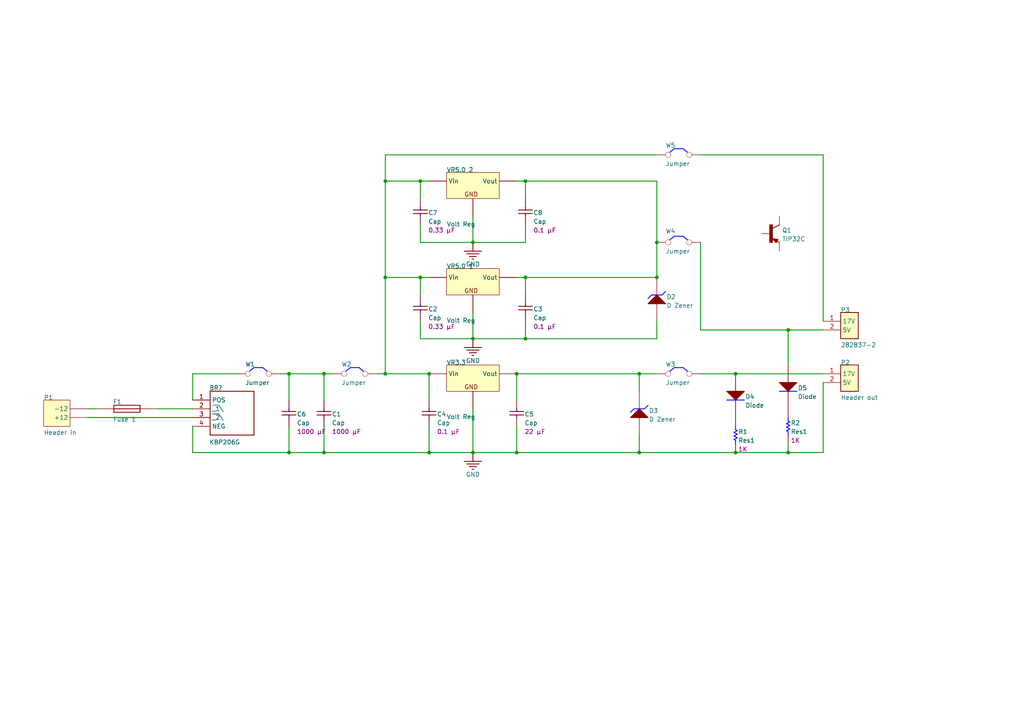
<source format=kicad_sch>
(kicad_sch (version 20230121) (generator eeschema)

  (uuid cda7f985-bc77-4389-8b9b-e95e16ba8de5)

  (paper "A4")

  (lib_symbols
    (symbol "Copy of PCB alimentation-altium-import:GND" (power) (in_bom yes) (on_board yes)
      (property "Reference" "#PWR" (at 0 0 0)
        (effects (font (size 1.27 1.27)))
      )
      (property "Value" "GND" (at 0 6.35 0)
        (effects (font (size 1.27 1.27)))
      )
      (property "Footprint" "" (at 0 0 0)
        (effects (font (size 1.27 1.27)) hide)
      )
      (property "Datasheet" "" (at 0 0 0)
        (effects (font (size 1.27 1.27)) hide)
      )
      (property "ki_keywords" "power-flag" (at 0 0 0)
        (effects (font (size 1.27 1.27)) hide)
      )
      (property "ki_description" "Le symbole d'alimentation crée un label global de nom 'GND'" (at 0 0 0)
        (effects (font (size 1.27 1.27)) hide)
      )
      (symbol "GND_0_0"
        (polyline
          (pts
            (xy -2.54 -2.54)
            (xy 2.54 -2.54)
          )
          (stroke (width 0.254) (type solid))
          (fill (type none))
        )
        (polyline
          (pts
            (xy -1.778 -3.302)
            (xy 1.778 -3.302)
          )
          (stroke (width 0.254) (type solid))
          (fill (type none))
        )
        (polyline
          (pts
            (xy -1.016 -4.064)
            (xy 1.016 -4.064)
          )
          (stroke (width 0.254) (type solid))
          (fill (type none))
        )
        (polyline
          (pts
            (xy -0.254 -4.826)
            (xy 0.254 -4.826)
          )
          (stroke (width 0.254) (type solid))
          (fill (type none))
        )
        (polyline
          (pts
            (xy 0 0)
            (xy 0 -2.54)
          )
          (stroke (width 0.254) (type solid))
          (fill (type none))
        )
        (pin power_in line (at 0 0 0) (length 0) hide
          (name "GND" (effects (font (size 1.27 1.27))))
          (number "" (effects (font (size 1.27 1.27))))
        )
      )
    )
    (symbol "Copy of PCB alimentation-altium-import:root_0_282837-2" (in_bom yes) (on_board yes)
      (property "Reference" "" (at 0 0 0)
        (effects (font (size 1.27 1.27)))
      )
      (property "Value" "" (at 0 0 0)
        (effects (font (size 1.27 1.27)))
      )
      (property "Footprint" "" (at 0 0 0)
        (effects (font (size 1.27 1.27)) hide)
      )
      (property "Datasheet" "" (at 0 0 0)
        (effects (font (size 1.27 1.27)) hide)
      )
      (property "ki_description" "Connector Terminal Blocks Receptacle 2 Position 5.08mm Solder Straight Thru-Hole 13.5A/Contact" (at 0 0 0)
        (effects (font (size 1.27 1.27)) hide)
      )
      (property "ki_fp_filters" "TE_282837-2" (at 0 0 0)
        (effects (font (size 1.27 1.27)) hide)
      )
      (symbol "root_0_282837-2_1_0"
        (rectangle (start 2.54 2.54) (end -2.54 -5.08)
          (stroke (width 0.254) (type solid))
          (fill (type background))
        )
        (pin passive line (at -7.62 0 0) (length 5.08)
          (name "17V" (effects (font (size 1.27 1.27))))
          (number "1" (effects (font (size 1.27 1.27))))
        )
        (pin passive line (at -7.62 -2.54 0) (length 5.08)
          (name "5V" (effects (font (size 1.27 1.27))))
          (number "2" (effects (font (size 1.27 1.27))))
        )
      )
    )
    (symbol "Copy of PCB alimentation-altium-import:root_0_Fuse 1" (in_bom yes) (on_board yes)
      (property "Reference" "" (at 0 0 0)
        (effects (font (size 1.27 1.27)))
      )
      (property "Value" "" (at 0 0 0)
        (effects (font (size 1.27 1.27)))
      )
      (property "Footprint" "" (at 0 0 0)
        (effects (font (size 1.27 1.27)) hide)
      )
      (property "Datasheet" "" (at 0 0 0)
        (effects (font (size 1.27 1.27)) hide)
      )
      (property "ki_description" "Fuse" (at 0 0 0)
        (effects (font (size 1.27 1.27)) hide)
      )
      (property "ki_fp_filters" "PIN-W2/E2.8" (at 0 0 0)
        (effects (font (size 1.27 1.27)) hide)
      )
      (symbol "root_0_Fuse 1_1_0"
        (polyline
          (pts
            (xy 0 -3.556)
            (xy 7.62 -3.556)
          )
          (stroke (width 0.254) (type solid))
          (fill (type none))
        )
        (polyline
          (pts
            (xy 0 -2.54)
            (xy 7.62 -2.54)
          )
          (stroke (width 0.254) (type solid))
          (fill (type none))
        )
        (polyline
          (pts
            (xy 0 -1.524)
            (xy 0 -3.556)
          )
          (stroke (width 0.254) (type solid))
          (fill (type none))
        )
        (polyline
          (pts
            (xy 0 -1.524)
            (xy 7.62 -1.524)
          )
          (stroke (width 0.254) (type solid))
          (fill (type none))
        )
        (polyline
          (pts
            (xy 7.62 -1.524)
            (xy 7.62 -3.556)
          )
          (stroke (width 0.254) (type solid))
          (fill (type none))
        )
        (pin passive line (at -5.08 -2.54 0) (length 5.08)
          (name "1" (effects (font (size 0 0))))
          (number "1" (effects (font (size 0 0))))
        )
        (pin passive line (at 12.7 -2.54 180) (length 5.08)
          (name "2" (effects (font (size 0 0))))
          (number "2" (effects (font (size 0 0))))
        )
      )
    )
    (symbol "Copy of PCB alimentation-altium-import:root_0_Jumper" (in_bom yes) (on_board yes)
      (property "Reference" "" (at 0 0 0)
        (effects (font (size 1.27 1.27)))
      )
      (property "Value" "" (at 0 0 0)
        (effects (font (size 1.27 1.27)))
      )
      (property "Footprint" "" (at 0 0 0)
        (effects (font (size 1.27 1.27)) hide)
      )
      (property "Datasheet" "" (at 0 0 0)
        (effects (font (size 1.27 1.27)) hide)
      )
      (property "ki_description" "Jumper Wire" (at 0 0 0)
        (effects (font (size 1.27 1.27)) hide)
      )
      (property "ki_fp_filters" "RAD-0.2" (at 0 0 0)
        (effects (font (size 1.27 1.27)) hide)
      )
      (symbol "root_0_Jumper_1_0"
        (polyline
          (pts
            (xy 1.27 -1.778)
            (xy 2.54 -0.762)
          )
          (stroke (width 0.254) (type solid) (color 0 0 255 1))
          (fill (type none))
        )
        (polyline
          (pts
            (xy 5.08 -0.762)
            (xy 2.54 -0.762)
          )
          (stroke (width 0.254) (type solid) (color 0 0 255 1))
          (fill (type none))
        )
        (polyline
          (pts
            (xy 5.08 -0.762)
            (xy 6.35 -1.778)
          )
          (stroke (width 0.254) (type solid) (color 0 0 255 1))
          (fill (type none))
        )
        (circle (center 0.762 -2.54) (radius 0.762)
          (stroke (width 0.0001) (type solid))
          (fill (type none))
        )
        (circle (center 6.858 -2.54) (radius 0.762)
          (stroke (width 0.0001) (type solid))
          (fill (type none))
        )
        (pin passive line (at -2.54 -2.54 0) (length 2.54)
          (name "C1" (effects (font (size 0 0))))
          (number "1" (effects (font (size 0 0))))
        )
        (pin passive line (at 10.16 -2.54 180) (length 2.54)
          (name "C2" (effects (font (size 0 0))))
          (number "2" (effects (font (size 0 0))))
        )
      )
    )
    (symbol "Copy of PCB alimentation-altium-import:root_0_KBP206G" (in_bom yes) (on_board yes)
      (property "Reference" "" (at 0 0 0)
        (effects (font (size 1.27 1.27)))
      )
      (property "Value" "" (at 0 0 0)
        (effects (font (size 1.27 1.27)))
      )
      (property "Footprint" "" (at 0 0 0)
        (effects (font (size 1.27 1.27)) hide)
      )
      (property "Datasheet" "" (at 0 0 0)
        (effects (font (size 1.27 1.27)) hide)
      )
      (property "ki_description" "BRIDGE RECTIFIER, SINGLE PHASE," (at 0 0 0)
        (effects (font (size 1.27 1.27)) hide)
      )
      (property "ki_fp_filters" "KBP206G" (at 0 0 0)
        (effects (font (size 1.27 1.27)) hide)
      )
      (symbol "root_0_KBP206G_1_0"
        (polyline
          (pts
            (xy 5.08 2.54)
            (xy 5.08 -10.16)
          )
          (stroke (width 0.254) (type solid))
          (fill (type none))
        )
        (polyline
          (pts
            (xy 5.08 2.54)
            (xy 17.78 2.54)
          )
          (stroke (width 0.254) (type solid))
          (fill (type none))
        )
        (polyline
          (pts
            (xy 17.78 -10.16)
            (xy 5.08 -10.16)
          )
          (stroke (width 0.254) (type solid))
          (fill (type none))
        )
        (polyline
          (pts
            (xy 17.78 -10.16)
            (xy 17.78 2.54)
          )
          (stroke (width 0.254) (type solid))
          (fill (type none))
        )
        (pin bidirectional line (at 0 0 0) (length 5.08)
          (name "POS" (effects (font (size 1.27 1.27))))
          (number "1" (effects (font (size 1.27 1.27))))
        )
        (pin bidirectional line (at 0 -2.54 0) (length 5.08)
          (name "~{_1}\\" (effects (font (size 1.27 1.27))))
          (number "2" (effects (font (size 1.27 1.27))))
        )
        (pin bidirectional line (at 0 -5.08 0) (length 5.08)
          (name "~{_2}\\" (effects (font (size 1.27 1.27))))
          (number "3" (effects (font (size 1.27 1.27))))
        )
        (pin bidirectional line (at 0 -7.62 0) (length 5.08)
          (name "NEG" (effects (font (size 1.27 1.27))))
          (number "4" (effects (font (size 1.27 1.27))))
        )
      )
    )
    (symbol "Copy of PCB alimentation-altium-import:root_0_TIP32C" (in_bom yes) (on_board yes)
      (property "Reference" "" (at 0 0 0)
        (effects (font (size 1.27 1.27)))
      )
      (property "Value" "" (at 0 0 0)
        (effects (font (size 1.27 1.27)))
      )
      (property "Footprint" "" (at 0 0 0)
        (effects (font (size 1.27 1.27)) hide)
      )
      (property "Datasheet" "" (at 0 0 0)
        (effects (font (size 1.27 1.27)) hide)
      )
      (property "ki_description" "BIPOLAR TRANSISTOR, PNP, -100V, TO-220; Transistor Polarity: P Channel; Collector Emitter Voltage V(br)ceo: -100V; Tr..." (at 0 0 0)
        (effects (font (size 1.27 1.27)) hide)
      )
      (property "ki_fp_filters" "TO255P1040X460X1968-3" (at 0 0 0)
        (effects (font (size 1.27 1.27)) hide)
      )
      (symbol "root_0_TIP32C_1_0"
        (polyline
          (pts
            (xy 0.516 -1.478)
            (xy 2.086 -1.678)
          )
          (stroke (width 0.254) (type solid))
          (fill (type none))
        )
        (polyline
          (pts
            (xy 0.762 -1.651)
            (xy 1.778 -1.778)
          )
          (stroke (width 0.254) (type solid))
          (fill (type none))
        )
        (polyline
          (pts
            (xy 1.143 -1.905)
            (xy 1.524 -1.905)
          )
          (stroke (width 0.254) (type solid))
          (fill (type none))
        )
        (polyline
          (pts
            (xy 1.524 -2.413)
            (xy 0.762 -1.651)
          )
          (stroke (width 0.254) (type solid))
          (fill (type none))
        )
        (polyline
          (pts
            (xy 1.524 -2.159)
            (xy 1.143 -1.905)
          )
          (stroke (width 0.254) (type solid))
          (fill (type none))
        )
        (polyline
          (pts
            (xy 1.578 -2.594)
            (xy 0.516 -1.478)
          )
          (stroke (width 0.254) (type solid))
          (fill (type none))
        )
        (polyline
          (pts
            (xy 1.778 -1.778)
            (xy 1.524 -2.159)
          )
          (stroke (width 0.254) (type solid))
          (fill (type none))
        )
        (polyline
          (pts
            (xy 1.905 -1.778)
            (xy 1.524 -2.413)
          )
          (stroke (width 0.254) (type solid))
          (fill (type none))
        )
        (polyline
          (pts
            (xy 2.086 -1.678)
            (xy 1.578 -2.594)
          )
          (stroke (width 0.254) (type solid))
          (fill (type none))
        )
        (polyline
          (pts
            (xy 2.54 -2.54)
            (xy 1.808 -2.124)
          )
          (stroke (width 0.254) (type solid))
          (fill (type none))
        )
        (polyline
          (pts
            (xy 2.54 2.54)
            (xy 0.508 1.524)
          )
          (stroke (width 0.254) (type solid))
          (fill (type none))
        )
        (rectangle (start 0.508 2.544) (end -0.254 -2.54)
          (stroke (width 0.254) (type solid))
          (fill (type outline))
        )
        (pin passive line (at -2.54 0 0) (length 2.54)
          (name "B" (effects (font (size 0 0))))
          (number "1" (effects (font (size 0 0))))
        )
        (pin passive line (at 2.54 5.08 270) (length 2.54)
          (name "C" (effects (font (size 0 0))))
          (number "2" (effects (font (size 0 0))))
        )
        (pin passive line (at 2.54 -5.08 90) (length 2.54)
          (name "E" (effects (font (size 0 0))))
          (number "3" (effects (font (size 0 0))))
        )
      )
    )
    (symbol "Copy of PCB alimentation-altium-import:root_0_Volt Reg" (in_bom yes) (on_board yes)
      (property "Reference" "" (at 0 0 0)
        (effects (font (size 1.27 1.27)))
      )
      (property "Value" "" (at 0 0 0)
        (effects (font (size 1.27 1.27)))
      )
      (property "Footprint" "" (at 0 0 0)
        (effects (font (size 1.27 1.27)) hide)
      )
      (property "Datasheet" "" (at 0 0 0)
        (effects (font (size 1.27 1.27)) hide)
      )
      (property "ki_description" "Voltage Regulator" (at 0 0 0)
        (effects (font (size 1.27 1.27)) hide)
      )
      (property "ki_fp_filters" "369-03" (at 0 0 0)
        (effects (font (size 1.27 1.27)) hide)
      )
      (symbol "root_0_Volt Reg_1_0"
        (rectangle (start 15.24 0) (end 0 -7.62)
          (stroke (width 0) (type solid))
          (fill (type background))
        )
        (text "GND" (at 5.08 -7.112 0)
          (effects (font (size 1.27 1.27)) (justify left bottom))
        )
        (pin passive line (at -5.08 -2.54 0) (length 5.08)
          (name "Vin" (effects (font (size 1.27 1.27))))
          (number "1" (effects (font (size 0 0))))
        )
        (pin passive line (at 7.62 -12.7 90) (length 5.08)
          (name "GND" (effects (font (size 0 0))))
          (number "2" (effects (font (size 0 0))))
        )
        (pin passive line (at 20.32 -2.54 180) (length 5.08)
          (name "Vout" (effects (font (size 1.27 1.27))))
          (number "3" (effects (font (size 0 0))))
        )
      )
    )
    (symbol "Copy of PCB alimentation-altium-import:root_1_Cap" (in_bom yes) (on_board yes)
      (property "Reference" "" (at 0 0 0)
        (effects (font (size 1.27 1.27)))
      )
      (property "Value" "" (at 0 0 0)
        (effects (font (size 1.27 1.27)))
      )
      (property "Footprint" "" (at 0 0 0)
        (effects (font (size 1.27 1.27)) hide)
      )
      (property "Datasheet" "" (at 0 0 0)
        (effects (font (size 1.27 1.27)) hide)
      )
      (property "ki_description" "Capacitor" (at 0 0 0)
        (effects (font (size 1.27 1.27)) hide)
      )
      (property "ki_fp_filters" "RAD-0.3" (at 0 0 0)
        (effects (font (size 1.27 1.27)) hide)
      )
      (symbol "root_1_Cap_1_0"
        (polyline
          (pts
            (xy 0.508 1.778)
            (xy 4.572 1.778)
          )
          (stroke (width 0.254) (type solid))
          (fill (type none))
        )
        (polyline
          (pts
            (xy 2.54 0)
            (xy 2.54 0.762)
          )
          (stroke (width 0.254) (type solid) (color 0 0 255 1))
          (fill (type none))
        )
        (polyline
          (pts
            (xy 2.54 2.54)
            (xy 2.54 1.778)
          )
          (stroke (width 0.254) (type solid) (color 0 0 255 1))
          (fill (type none))
        )
        (polyline
          (pts
            (xy 4.572 0.762)
            (xy 0.508 0.762)
          )
          (stroke (width 0.254) (type solid))
          (fill (type none))
        )
        (pin passive line (at 2.54 -2.54 90) (length 2.54)
          (name "1" (effects (font (size 0 0))))
          (number "1" (effects (font (size 0 0))))
        )
        (pin passive line (at 2.54 5.08 270) (length 2.54)
          (name "2" (effects (font (size 0 0))))
          (number "2" (effects (font (size 0 0))))
        )
      )
    )
    (symbol "Copy of PCB alimentation-altium-import:root_1_D Zener" (in_bom yes) (on_board yes)
      (property "Reference" "" (at 0 0 0)
        (effects (font (size 1.27 1.27)))
      )
      (property "Value" "" (at 0 0 0)
        (effects (font (size 1.27 1.27)))
      )
      (property "Footprint" "" (at 0 0 0)
        (effects (font (size 1.27 1.27)) hide)
      )
      (property "Datasheet" "" (at 0 0 0)
        (effects (font (size 1.27 1.27)) hide)
      )
      (property "ki_description" "Zener Diode" (at 0 0 0)
        (effects (font (size 1.27 1.27)) hide)
      )
      (property "ki_fp_filters" "DIODE-0.4" (at 0 0 0)
        (effects (font (size 1.27 1.27)) hide)
      )
      (symbol "root_1_D Zener_1_0"
        (polyline
          (pts
            (xy 5.08 0)
            (xy 2.54 2.54)
            (xy 0 0)
            (xy 5.08 0)
          )
          (stroke (width 0.254) (type solid))
          (fill (type outline))
        )
        (polyline
          (pts
            (xy 5.08 3.556)
            (xy 4.064 2.54)
            (xy 1.016 2.54)
            (xy 0 1.524)
          )
          (stroke (width 0.254) (type solid) (color 0 0 255 1))
          (fill (type none))
        )
        (pin passive line (at 2.54 -5.08 90) (length 5.08)
          (name "A" (effects (font (size 0 0))))
          (number "1" (effects (font (size 0 0))))
        )
        (pin passive line (at 2.54 7.62 270) (length 5.08)
          (name "K" (effects (font (size 0 0))))
          (number "2" (effects (font (size 0 0))))
        )
      )
    )
    (symbol "Copy of PCB alimentation-altium-import:root_1_Res1" (in_bom yes) (on_board yes)
      (property "Reference" "" (at 0 0 0)
        (effects (font (size 1.27 1.27)))
      )
      (property "Value" "" (at 0 0 0)
        (effects (font (size 1.27 1.27)))
      )
      (property "Footprint" "" (at 0 0 0)
        (effects (font (size 1.27 1.27)) hide)
      )
      (property "Datasheet" "" (at 0 0 0)
        (effects (font (size 1.27 1.27)) hide)
      )
      (property "ki_description" "Resistor" (at 0 0 0)
        (effects (font (size 1.27 1.27)) hide)
      )
      (property "ki_fp_filters" "AXIAL-0.3" (at 0 0 0)
        (effects (font (size 1.27 1.27)) hide)
      )
      (symbol "root_1_Res1_1_0"
        (polyline
          (pts
            (xy 2.54 5.08)
            (xy 2.54 4.064)
            (xy 3.048 3.81)
            (xy 2.032 3.302)
            (xy 3.048 2.794)
            (xy 2.032 2.286)
            (xy 3.048 1.778)
            (xy 2.032 1.27)
            (xy 2.54 1.016)
            (xy 2.54 0)
          )
          (stroke (width 0.254) (type solid) (color 0 0 255 1))
          (fill (type none))
        )
        (pin passive line (at 2.54 -2.54 90) (length 2.54)
          (name "1" (effects (font (size 0 0))))
          (number "1" (effects (font (size 0 0))))
        )
        (pin passive line (at 2.54 7.62 270) (length 2.54)
          (name "2" (effects (font (size 0 0))))
          (number "2" (effects (font (size 0 0))))
        )
      )
    )
    (symbol "Copy of PCB alimentation-altium-import:root_2_Header 2" (in_bom yes) (on_board yes)
      (property "Reference" "" (at 0 0 0)
        (effects (font (size 1.27 1.27)))
      )
      (property "Value" "" (at 0 0 0)
        (effects (font (size 1.27 1.27)))
      )
      (property "Footprint" "" (at 0 0 0)
        (effects (font (size 1.27 1.27)) hide)
      )
      (property "Datasheet" "" (at 0 0 0)
        (effects (font (size 1.27 1.27)) hide)
      )
      (property "ki_description" "Header, 2-Pin" (at 0 0 0)
        (effects (font (size 1.27 1.27)) hide)
      )
      (property "ki_fp_filters" "HDR1X2" (at 0 0 0)
        (effects (font (size 1.27 1.27)) hide)
      )
      (symbol "root_2_Header 2_1_0"
        (rectangle (start 0 7.62) (end -7.62 0)
          (stroke (width 0) (type solid))
          (fill (type background))
        )
        (pin passive line (at 5.08 2.54 180) (length 5.08)
          (name "+12" (effects (font (size 1.27 1.27))))
          (number "1" (effects (font (size 0 0))))
        )
        (pin passive line (at 5.08 5.08 180) (length 5.08)
          (name "-12" (effects (font (size 1.27 1.27))))
          (number "2" (effects (font (size 0 0))))
        )
      )
    )
    (symbol "Copy of PCB alimentation-altium-import:root_3_Diode" (in_bom yes) (on_board yes)
      (property "Reference" "" (at 0 0 0)
        (effects (font (size 1.27 1.27)))
      )
      (property "Value" "" (at 0 0 0)
        (effects (font (size 1.27 1.27)))
      )
      (property "Footprint" "" (at 0 0 0)
        (effects (font (size 1.27 1.27)) hide)
      )
      (property "Datasheet" "" (at 0 0 0)
        (effects (font (size 1.27 1.27)) hide)
      )
      (property "ki_description" "Default Diode" (at 0 0 0)
        (effects (font (size 1.27 1.27)) hide)
      )
      (property "ki_fp_filters" "DIODE-0.4" (at 0 0 0)
        (effects (font (size 1.27 1.27)) hide)
      )
      (symbol "root_3_Diode_1_0"
        (polyline
          (pts
            (xy 0 -2.54)
            (xy -5.08 -2.54)
          )
          (stroke (width 0.254) (type solid) (color 0 0 255 1))
          (fill (type none))
        )
        (polyline
          (pts
            (xy -5.08 0)
            (xy -2.54 -2.54)
            (xy 0 0)
            (xy -5.08 0)
          )
          (stroke (width 0.254) (type solid))
          (fill (type outline))
        )
        (pin passive line (at -2.54 5.08 270) (length 5.08)
          (name "A" (effects (font (size 0 0))))
          (number "1" (effects (font (size 0 0))))
        )
        (pin passive line (at -2.54 -7.62 90) (length 5.08)
          (name "K" (effects (font (size 0 0))))
          (number "2" (effects (font (size 0 0))))
        )
      )
    )
  )

  (junction (at 83.82 108.4072) (diameter 0) (color 0 0 0 0)
    (uuid 04e713fc-3595-4f25-9eff-8110f1f4d346)
  )
  (junction (at 93.98 108.4072) (diameter 0) (color 0 0 0 0)
    (uuid 09fce621-ca9b-4f31-bf29-2b2e0666c04a)
  )
  (junction (at 185.42 131.2672) (diameter 0) (color 0 0 0 0)
    (uuid 201c22b8-0b64-47ec-857d-42a20d838c66)
  )
  (junction (at 121.92 52.5272) (diameter 0) (color 0 0 0 0)
    (uuid 231eaea7-0e37-4336-8068-a11b9f2eb95e)
  )
  (junction (at 111.76 108.4072) (diameter 0) (color 0 0 0 0)
    (uuid 266795b1-33b1-4a90-b8d2-463226b851bd)
  )
  (junction (at 137.16 70.3072) (diameter 0) (color 0 0 0 0)
    (uuid 26e43253-564e-46a6-9f9f-1f7c748c48ab)
  )
  (junction (at 213.36 108.4072) (diameter 0) (color 0 0 0 0)
    (uuid 34384a30-db7b-4fe4-9df8-26194039a16d)
  )
  (junction (at 152.4 52.5272) (diameter 0) (color 0 0 0 0)
    (uuid 3ba2f9c7-f8b4-4795-bae2-2273d9b810c8)
  )
  (junction (at 137.16 98.2472) (diameter 0) (color 0 0 0 0)
    (uuid 46591a43-25bf-482d-9144-fb9ce4145569)
  )
  (junction (at 83.82 131.2672) (diameter 0) (color 0 0 0 0)
    (uuid 4d6b0606-de62-4f15-ba14-d609fbdc1ce4)
  )
  (junction (at 185.42 108.4072) (diameter 0) (color 0 0 0 0)
    (uuid 54ce533f-10f8-4621-ad90-cbb17fa77211)
  )
  (junction (at 228.6 95.7072) (diameter 0) (color 0 0 0 0)
    (uuid 56acc957-c8f1-42b3-8519-0fc348b6daa2)
  )
  (junction (at 121.92 80.4672) (diameter 0) (color 0 0 0 0)
    (uuid 77b15681-b3fe-43ef-906a-059a578adcc8)
  )
  (junction (at 111.76 80.4672) (diameter 0) (color 0 0 0 0)
    (uuid 7ddd418d-b631-41bb-90c7-303f4662887c)
  )
  (junction (at 190.5 70.3072) (diameter 0) (color 0 0 0 0)
    (uuid 9e3e4b55-0f50-46d8-a629-b5cad33cb052)
  )
  (junction (at 190.5 80.4672) (diameter 0) (color 0 0 0 0)
    (uuid 9ea0d7ce-7f54-4e6e-a9f2-085c54300536)
  )
  (junction (at 93.98 131.2672) (diameter 0) (color 0 0 0 0)
    (uuid a01d6b97-e2e3-409a-9684-cce0bf5ea13a)
  )
  (junction (at 137.16 131.2672) (diameter 0) (color 0 0 0 0)
    (uuid aebf7753-31c7-450c-b823-890dbaa773d6)
  )
  (junction (at 149.86 108.4072) (diameter 0) (color 0 0 0 0)
    (uuid b9ab851e-49db-4d34-87fb-9584382187c3)
  )
  (junction (at 213.36 131.2672) (diameter 0) (color 0 0 0 0)
    (uuid bc245447-8cd7-4ab5-aa57-df4d216726a2)
  )
  (junction (at 124.46 131.2672) (diameter 0) (color 0 0 0 0)
    (uuid be7ab5f0-af55-410c-b999-1e9daa586017)
  )
  (junction (at 111.76 52.5272) (diameter 0) (color 0 0 0 0)
    (uuid dacbd603-c772-4bc4-a12e-1ddcbbec7ab3)
  )
  (junction (at 149.86 131.2672) (diameter 0) (color 0 0 0 0)
    (uuid dc6652da-1692-4ea5-905a-f5c874643c40)
  )
  (junction (at 152.4 98.2472) (diameter 0) (color 0 0 0 0)
    (uuid e27b8249-d31a-4ac9-a57d-40e48e5f1d13)
  )
  (junction (at 124.46 108.4072) (diameter 0) (color 0 0 0 0)
    (uuid eb19d5ef-c112-4bc5-aadb-15c20341529b)
  )
  (junction (at 228.6 131.2672) (diameter 0) (color 0 0 0 0)
    (uuid f5b5801e-34d7-40da-9736-5f64012a9fab)
  )
  (junction (at 152.4 80.4672) (diameter 0) (color 0 0 0 0)
    (uuid f83a3563-e908-4e53-8316-3f51fdb61ed3)
  )

  (wire (pts (xy 149.86 80.4672) (xy 152.4 80.4672))
    (stroke (width 0.254) (type default))
    (uuid 039dbb35-98b2-4884-8f95-efbdb0ccc166)
  )
  (wire (pts (xy 238.76 131.2672) (xy 238.76 110.9472))
    (stroke (width 0.254) (type default))
    (uuid 03eb2db6-c0df-4595-9487-55117fd43598)
  )
  (wire (pts (xy 213.36 108.4072) (xy 238.76 108.4072))
    (stroke (width 0.254) (type default))
    (uuid 0b23c8f6-e231-49db-8010-2a8e14c9baa4)
  )
  (wire (pts (xy 121.92 80.4672) (xy 124.46 80.4672))
    (stroke (width 0.254) (type default))
    (uuid 0b3b3326-3173-4a5f-bd30-9f5b1daf3447)
  )
  (wire (pts (xy 93.98 131.2672) (xy 124.46 131.2672))
    (stroke (width 0.254) (type default))
    (uuid 0c79f29a-aa5c-4367-b875-219f642adb9c)
  )
  (wire (pts (xy 121.92 85.5472) (xy 121.92 80.4672))
    (stroke (width 0.254) (type default))
    (uuid 0f7afb4b-2f11-4f16-b6e4-ef82b7cd2faa)
  )
  (wire (pts (xy 152.4 52.5272) (xy 190.5 52.5272))
    (stroke (width 0.254) (type default))
    (uuid 11b70c6c-4d55-436d-bf5e-6f48f7ff628b)
  )
  (wire (pts (xy 83.82 131.2672) (xy 55.88 131.2672))
    (stroke (width 0.254) (type default))
    (uuid 1428f188-a8e9-4396-8f78-7c6976b2e73f)
  )
  (wire (pts (xy 137.16 131.2672) (xy 149.86 131.2672))
    (stroke (width 0.254) (type default))
    (uuid 18374490-96b3-4f11-be30-ddd4d305a109)
  )
  (wire (pts (xy 111.76 108.4072) (xy 124.46 108.4072))
    (stroke (width 0.254) (type default))
    (uuid 18a1589b-dacb-4d73-89cc-a79df3cd2f7b)
  )
  (wire (pts (xy 124.46 123.6472) (xy 124.46 131.2672))
    (stroke (width 0.254) (type default))
    (uuid 19353862-b325-49b9-a8cb-7256926ed66e)
  )
  (wire (pts (xy 124.46 131.2672) (xy 137.16 131.2672))
    (stroke (width 0.254) (type default))
    (uuid 1d0f6255-c00a-4e55-8486-e55605c3ea42)
  )
  (wire (pts (xy 203.2 108.4072) (xy 213.36 108.4072))
    (stroke (width 0.254) (type default))
    (uuid 2361eff0-0f85-4457-b066-a0b5cc01c468)
  )
  (wire (pts (xy 185.42 113.4872) (xy 185.42 108.4072))
    (stroke (width 0.254) (type default))
    (uuid 26d43904-edf2-427f-b81a-0568eb777272)
  )
  (wire (pts (xy 190.5 80.4672) (xy 152.4 80.4672))
    (stroke (width 0.254) (type default))
    (uuid 29888c5e-823b-4aec-be0e-92cd9f50fbec)
  )
  (wire (pts (xy 121.92 52.5272) (xy 111.76 52.5272))
    (stroke (width 0.254) (type default))
    (uuid 2d15dc5f-5f9f-4384-b1ef-f0cccf356d8f)
  )
  (wire (pts (xy 111.76 80.4672) (xy 111.76 52.5272))
    (stroke (width 0.254) (type default))
    (uuid 34c8948f-c45f-4d7b-b3b4-dcdcd72a9782)
  )
  (wire (pts (xy 55.88 108.4072) (xy 68.58 108.4072))
    (stroke (width 0.254) (type default))
    (uuid 3746be18-ad33-4231-8d67-706423834796)
  )
  (wire (pts (xy 213.36 131.2672) (xy 228.6 131.2672))
    (stroke (width 0.254) (type default))
    (uuid 3b148264-d187-4855-ae7e-1bf0fe90ac87)
  )
  (wire (pts (xy 83.82 108.4072) (xy 83.82 116.0272))
    (stroke (width 0.254) (type default))
    (uuid 3d575ae9-597b-4b50-8665-a8ecec8486fc)
  )
  (wire (pts (xy 228.6 105.8672) (xy 228.6 95.7072))
    (stroke (width 0.254) (type default))
    (uuid 3d873943-baa3-4918-92a3-af006d400869)
  )
  (wire (pts (xy 83.82 131.2672) (xy 83.82 123.6472))
    (stroke (width 0.254) (type default))
    (uuid 3ded89fc-2244-4f4b-8a07-f15e85c22ad5)
  )
  (wire (pts (xy 93.98 108.4072) (xy 96.52 108.4072))
    (stroke (width 0.254) (type default))
    (uuid 437c1ade-571c-4e12-a291-7a3bf8d959ab)
  )
  (wire (pts (xy 137.16 118.5672) (xy 137.16 131.2672))
    (stroke (width 0.254) (type default))
    (uuid 439f3cf7-4d51-4426-b0ca-76f3481ec6d4)
  )
  (wire (pts (xy 81.28 108.4072) (xy 83.82 108.4072))
    (stroke (width 0.254) (type default))
    (uuid 52c893cc-f749-4ba2-a747-a9232bb6958f)
  )
  (wire (pts (xy 137.16 98.2472) (xy 137.16 90.6272))
    (stroke (width 0.254) (type default))
    (uuid 543e2841-7941-40c6-9fa7-f93766b77f09)
  )
  (wire (pts (xy 93.98 123.6472) (xy 93.98 131.2672))
    (stroke (width 0.254) (type default))
    (uuid 5aafee28-0f43-41ee-b86e-29bd945db515)
  )
  (wire (pts (xy 185.42 131.2672) (xy 213.36 131.2672))
    (stroke (width 0.254) (type default))
    (uuid 5d3fb04b-9fdd-482a-9813-0b61948c0e76)
  )
  (wire (pts (xy 93.98 131.2672) (xy 83.82 131.2672))
    (stroke (width 0.254) (type default))
    (uuid 5f40eea3-eeac-4c3d-bcf3-836a4616fd0c)
  )
  (wire (pts (xy 203.2 70.3072) (xy 203.2 95.7072))
    (stroke (width 0.254) (type default))
    (uuid 6388b5c4-1a6d-4474-8432-038f1e5d4ff6)
  )
  (wire (pts (xy 203.2 44.9072) (xy 238.76 44.9072))
    (stroke (width 0.254) (type default))
    (uuid 67883aa5-6fa7-412b-bd32-cea314efdf6f)
  )
  (wire (pts (xy 25.4 118.5672) (xy 27.94 118.5672))
    (stroke (width 0.254) (type default))
    (uuid 684864ac-810b-401e-bab5-1686ac337635)
  )
  (wire (pts (xy 185.42 108.4072) (xy 190.5 108.4072))
    (stroke (width 0.254) (type default))
    (uuid 68caa33b-efdc-4f57-8b8a-5bd3756c4f50)
  )
  (wire (pts (xy 203.2 95.7072) (xy 228.6 95.7072))
    (stroke (width 0.254) (type default))
    (uuid 6bcfbf68-c5a1-4838-8464-e8d80feddd9f)
  )
  (wire (pts (xy 124.46 108.4072) (xy 124.46 116.0272))
    (stroke (width 0.254) (type default))
    (uuid 6d584f65-cfbf-45f6-91b3-79e3631bf940)
  )
  (wire (pts (xy 152.4 93.1672) (xy 152.4 98.2472))
    (stroke (width 0.254) (type default))
    (uuid 6e2ca7de-0cd9-467a-8343-d314e4356b4c)
  )
  (wire (pts (xy 190.5 70.3072) (xy 190.5 80.4672))
    (stroke (width 0.254) (type default))
    (uuid 6e426fda-8205-4b5f-86a7-7b904294cc53)
  )
  (wire (pts (xy 121.92 98.2472) (xy 137.16 98.2472))
    (stroke (width 0.254) (type default))
    (uuid 73141289-adbf-4364-a50f-db1946bb8b94)
  )
  (wire (pts (xy 228.6 131.2672) (xy 238.76 131.2672))
    (stroke (width 0.254) (type default))
    (uuid 75128cd9-08ce-4fe6-b53d-eca1b3f9715c)
  )
  (wire (pts (xy 152.4 98.2472) (xy 137.16 98.2472))
    (stroke (width 0.254) (type default))
    (uuid 79407216-b49c-414c-a41c-504032d05f4d)
  )
  (wire (pts (xy 111.76 108.4072) (xy 111.76 80.4672))
    (stroke (width 0.254) (type default))
    (uuid 7ee3ee4e-f1b2-44ed-968d-5f7c997216a5)
  )
  (wire (pts (xy 149.86 123.6472) (xy 149.86 131.2672))
    (stroke (width 0.254) (type default))
    (uuid 837b95a0-6b01-4bb5-9498-a2c02b7d220c)
  )
  (wire (pts (xy 149.86 52.5272) (xy 152.4 52.5272))
    (stroke (width 0.254) (type default))
    (uuid 8484362d-cab7-416c-a41e-0a0b0ba34c41)
  )
  (wire (pts (xy 185.42 126.1872) (xy 185.42 131.2672))
    (stroke (width 0.254) (type default))
    (uuid 8921a124-dbcc-4dc3-9ee4-c9a2f3bf6ab9)
  )
  (wire (pts (xy 121.92 93.1672) (xy 121.92 98.2472))
    (stroke (width 0.254) (type default))
    (uuid 8eaa1c5e-5f41-4eaa-94de-902b31490d94)
  )
  (wire (pts (xy 45.72 118.5672) (xy 55.88 118.5672))
    (stroke (width 0.254) (type default))
    (uuid 90f999b1-d3b9-48cf-acf6-9835d59dbbc4)
  )
  (wire (pts (xy 111.76 52.5272) (xy 111.76 44.9072))
    (stroke (width 0.254) (type default))
    (uuid 9273cfc6-ea58-47b1-95f1-0def0aa839f6)
  )
  (wire (pts (xy 149.86 116.0272) (xy 149.86 108.4072))
    (stroke (width 0.254) (type default))
    (uuid 941289b7-7a8d-4882-9e6f-b3838663894a)
  )
  (wire (pts (xy 121.92 65.2272) (xy 121.92 70.3072))
    (stroke (width 0.254) (type default))
    (uuid 94761055-9a91-44fc-b0a2-87ebb044a251)
  )
  (wire (pts (xy 190.5 98.2472) (xy 190.5 93.1672))
    (stroke (width 0.254) (type default))
    (uuid 96ecd830-8e3e-458a-bacb-a070fcb845f7)
  )
  (wire (pts (xy 121.92 57.6072) (xy 121.92 52.5272))
    (stroke (width 0.254) (type default))
    (uuid 97e49344-6dde-41c0-9093-3d94da4e6c0b)
  )
  (wire (pts (xy 121.92 52.5272) (xy 124.46 52.5272))
    (stroke (width 0.254) (type default))
    (uuid a03c7f76-cee9-4227-8f7f-245f5998a6e9)
  )
  (wire (pts (xy 137.16 70.3072) (xy 137.16 62.6872))
    (stroke (width 0.254) (type default))
    (uuid a36e7e85-e05d-48f0-818b-1da9b911d059)
  )
  (wire (pts (xy 152.4 65.2272) (xy 152.4 70.3072))
    (stroke (width 0.254) (type default))
    (uuid a61050af-556f-4740-bce5-a1af9d051112)
  )
  (wire (pts (xy 111.76 44.9072) (xy 190.5 44.9072))
    (stroke (width 0.254) (type default))
    (uuid a77186bd-d772-46d9-8f08-92c73e15b202)
  )
  (wire (pts (xy 152.4 52.5272) (xy 152.4 57.6072))
    (stroke (width 0.254) (type default))
    (uuid b60d873e-c9c8-49dd-b1ff-65232ee8cfa5)
  )
  (wire (pts (xy 55.88 131.2672) (xy 55.88 123.6472))
    (stroke (width 0.254) (type default))
    (uuid b81e924a-7525-4f5c-a765-9a9985febf24)
  )
  (wire (pts (xy 149.86 131.2672) (xy 185.42 131.2672))
    (stroke (width 0.254) (type default))
    (uuid c2259f58-b0de-4834-a1eb-9cfb44e56ab3)
  )
  (wire (pts (xy 152.4 98.2472) (xy 190.5 98.2472))
    (stroke (width 0.254) (type default))
    (uuid c6d21f2d-353a-4d75-8734-9a94f1ea3445)
  )
  (wire (pts (xy 190.5 52.5272) (xy 190.5 70.3072))
    (stroke (width 0.254) (type default))
    (uuid c9d8942c-44ed-46df-80ab-7aa7c763efea)
  )
  (wire (pts (xy 238.76 44.9072) (xy 238.76 93.1672))
    (stroke (width 0.254) (type default))
    (uuid cddc6d09-9541-4080-b5d3-d9df548f9a67)
  )
  (wire (pts (xy 152.4 80.4672) (xy 152.4 85.5472))
    (stroke (width 0.254) (type default))
    (uuid d0dd9d94-5b18-4c7e-aeda-c91fb5970434)
  )
  (wire (pts (xy 93.98 108.4072) (xy 93.98 116.0272))
    (stroke (width 0.254) (type default))
    (uuid d7049fb3-c4f6-42f4-ba6f-1afeb6934424)
  )
  (wire (pts (xy 83.82 108.4072) (xy 93.98 108.4072))
    (stroke (width 0.254) (type default))
    (uuid db29fd2b-3344-4963-b93a-0a40a8d14c91)
  )
  (wire (pts (xy 228.6 131.2672) (xy 228.6 128.7272))
    (stroke (width 0.254) (type default))
    (uuid e04e18b7-dff7-41de-9d13-50d477cada2d)
  )
  (wire (pts (xy 149.86 108.4072) (xy 185.42 108.4072))
    (stroke (width 0.254) (type default))
    (uuid e638471e-6855-4b9c-aa86-cf7339fe29c4)
  )
  (wire (pts (xy 109.22 108.4072) (xy 111.76 108.4072))
    (stroke (width 0.254) (type default))
    (uuid e756e055-b42d-4f76-adb9-394327f46a0b)
  )
  (wire (pts (xy 121.92 70.3072) (xy 137.16 70.3072))
    (stroke (width 0.254) (type default))
    (uuid f1569569-8276-40f4-a425-95203057602b)
  )
  (wire (pts (xy 55.88 121.1072) (xy 25.4 121.1072))
    (stroke (width 0.254) (type default))
    (uuid f17bca72-7355-4ee3-ae0a-0be62e3c7cb8)
  )
  (wire (pts (xy 121.92 80.4672) (xy 111.76 80.4672))
    (stroke (width 0.254) (type default))
    (uuid f2d7a804-1edd-447e-989b-580df6a5b8f9)
  )
  (wire (pts (xy 55.88 116.0272) (xy 55.88 108.4072))
    (stroke (width 0.254) (type default))
    (uuid f30850b3-6673-4b9f-a0df-84eadcf262c8)
  )
  (wire (pts (xy 152.4 70.3072) (xy 137.16 70.3072))
    (stroke (width 0.254) (type default))
    (uuid f4794dea-73a2-49fb-bc6e-b5eeca7b0d7a)
  )
  (wire (pts (xy 228.6 95.7072) (xy 238.76 95.7072))
    (stroke (width 0.254) (type default))
    (uuid f66a0052-0cda-45c1-b44b-c727f39325fe)
  )

  (symbol (lib_id "Copy of PCB alimentation-altium-import:root_0_Jumper") (at 99.06 105.8672 0) (unit 1)
    (in_bom yes) (on_board yes) (dnp no)
    (uuid 05fd13c8-c709-4992-8954-f41346f58681)
    (property "Reference" "W2" (at 99.06 106.3752 0)
      (effects (font (size 1.27 1.27)) (justify left bottom))
    )
    (property "Value" "Jumper" (at 99.06 111.7092 0)
      (effects (font (size 1.27 1.27)) (justify left bottom))
    )
    (property "Footprint" "RAD-0.2" (at 99.06 105.8672 0)
      (effects (font (size 1.27 1.27)) hide)
    )
    (property "Datasheet" "" (at 99.06 105.8672 0)
      (effects (font (size 1.27 1.27)) hide)
    )
    (property "PUBLISHED" "24-Mar-1999" (at 99.06 105.8672 0)
      (effects (font (size 1.27 1.27)) (justify left bottom) hide)
    )
    (property "LATESTREVISIONDATE" "17-Jul-2002" (at 99.06 105.8672 0)
      (effects (font (size 1.27 1.27)) (justify left bottom) hide)
    )
    (property "LATESTREVISIONNOTE" "Re-released for DXP Platform." (at 99.06 105.8672 0)
      (effects (font (size 1.27 1.27)) (justify left bottom) hide)
    )
    (property "PACKAGEREFERENCE" "RAD-0.2" (at 99.06 105.8672 0)
      (effects (font (size 1.27 1.27)) (justify left bottom) hide)
    )
    (property "PUBLISHER" "Altium Limited" (at 99.06 105.8672 0)
      (effects (font (size 1.27 1.27)) (justify left bottom) hide)
    )
    (property "PACKAGEDESCRIPTION" "Radial Cap, Thru-Hole; 2 Leads; 0.2 in Pin Spacing" (at 99.06 105.8672 0)
      (effects (font (size 1.27 1.27)) (justify left bottom) hide)
    )
    (pin "1" (uuid da8e6fa6-dee1-40f3-9a90-6ebd96382dba))
    (pin "2" (uuid ee5a5e4f-2682-465e-9b69-cd79bf008fdd))
    (instances
      (project "Copy of PCB alimentation"
        (path "/cda7f985-bc77-4389-8b9b-e95e16ba8de5"
          (reference "W2") (unit 1)
        )
      )
    )
  )

  (symbol (lib_id "Copy of PCB alimentation-altium-import:root_0_Volt Reg") (at 129.54 77.9272 0) (unit 1)
    (in_bom yes) (on_board yes) (dnp no)
    (uuid 112544f5-56b3-4954-9788-2e8e7c0de423)
    (property "Reference" "VR5.0 1" (at 129.54 77.9272 0)
      (effects (font (size 1.27 1.27)) (justify left bottom))
    )
    (property "Value" "Volt Reg" (at 129.54 93.6752 0)
      (effects (font (size 1.27 1.27)) (justify left bottom))
    )
    (property "Footprint" "369-03" (at 129.54 77.9272 0)
      (effects (font (size 1.27 1.27)) hide)
    )
    (property "Datasheet" "" (at 129.54 77.9272 0)
      (effects (font (size 1.27 1.27)) hide)
    )
    (property "PUBLISHED" "24-Mar-1999" (at 123.952 77.9272 0)
      (effects (font (size 1.27 1.27)) (justify left bottom) hide)
    )
    (property "LATESTREVISIONDATE" "29-May-2009" (at 123.952 77.9272 0)
      (effects (font (size 1.27 1.27)) (justify left bottom) hide)
    )
    (property "LATESTREVISIONNOTE" "IPC-7351 Footprint Added." (at 123.952 77.9272 0)
      (effects (font (size 1.27 1.27)) (justify left bottom) hide)
    )
    (property "PACKAGEREFERENCE" "D2PAK" (at 123.952 77.9272 0)
      (effects (font (size 1.27 1.27)) (justify left bottom) hide)
    )
    (property "PUBLISHER" "Altium Limited" (at 123.952 77.9272 0)
      (effects (font (size 1.27 1.27)) (justify left bottom) hide)
    )
    (property "PACKAGEDESCRIPTION" "3-Pin Transistor Outline Package 2.54 mm Pitch, 15.1 mm Lead Span" (at 123.952 77.9272 0)
      (effects (font (size 1.27 1.27)) (justify left bottom) hide)
    )
    (pin "1" (uuid 0118ab69-d71d-45d5-97cb-eed4aa625880))
    (pin "2" (uuid 5602f0ba-f487-4cb8-ae1f-893a56a5e07f))
    (pin "3" (uuid ea9e749b-e0a6-4642-b452-118c716f96de))
    (instances
      (project "Copy of PCB alimentation"
        (path "/cda7f985-bc77-4389-8b9b-e95e16ba8de5"
          (reference "VR5.0 1") (unit 1)
        )
      )
    )
  )

  (symbol (lib_id "Copy of PCB alimentation-altium-import:root_0_Volt Reg") (at 129.54 49.9872 0) (unit 1)
    (in_bom yes) (on_board yes) (dnp no)
    (uuid 1630f07d-704d-460b-8c62-f842d180055b)
    (property "Reference" "VR5.0 2" (at 129.54 49.9872 0)
      (effects (font (size 1.27 1.27)) (justify left bottom))
    )
    (property "Value" "Volt Reg" (at 129.54 65.7352 0)
      (effects (font (size 1.27 1.27)) (justify left bottom))
    )
    (property "Footprint" "369-03" (at 129.54 49.9872 0)
      (effects (font (size 1.27 1.27)) hide)
    )
    (property "Datasheet" "" (at 129.54 49.9872 0)
      (effects (font (size 1.27 1.27)) hide)
    )
    (property "PUBLISHED" "24-Mar-1999" (at 123.952 49.9872 0)
      (effects (font (size 1.27 1.27)) (justify left bottom) hide)
    )
    (property "LATESTREVISIONDATE" "29-May-2009" (at 123.952 49.9872 0)
      (effects (font (size 1.27 1.27)) (justify left bottom) hide)
    )
    (property "LATESTREVISIONNOTE" "IPC-7351 Footprint Added." (at 123.952 49.9872 0)
      (effects (font (size 1.27 1.27)) (justify left bottom) hide)
    )
    (property "PACKAGEREFERENCE" "D2PAK" (at 123.952 49.9872 0)
      (effects (font (size 1.27 1.27)) (justify left bottom) hide)
    )
    (property "PUBLISHER" "Altium Limited" (at 123.952 49.9872 0)
      (effects (font (size 1.27 1.27)) (justify left bottom) hide)
    )
    (property "PACKAGEDESCRIPTION" "3-Pin Transistor Outline Package 2.54 mm Pitch, 15.1 mm Lead Span" (at 123.952 49.9872 0)
      (effects (font (size 1.27 1.27)) (justify left bottom) hide)
    )
    (pin "1" (uuid 46b3c785-8f93-46f3-a6cd-ade17e27846b))
    (pin "2" (uuid c0beebd0-fe63-480e-91d5-08cbae24a03e))
    (pin "3" (uuid 72bcbb1e-d870-4695-ab25-c06cf6197411))
    (instances
      (project "Copy of PCB alimentation"
        (path "/cda7f985-bc77-4389-8b9b-e95e16ba8de5"
          (reference "VR5.0 2") (unit 1)
        )
      )
    )
  )

  (symbol (lib_id "Copy of PCB alimentation-altium-import:root_1_Cap") (at 91.44 121.1072 0) (unit 1)
    (in_bom yes) (on_board yes) (dnp no)
    (uuid 1c2fb4d5-ae48-481c-bb60-d8f5c4edb76d)
    (property "Reference" "C1" (at 96.266 120.8532 0)
      (effects (font (size 1.27 1.27)) (justify left bottom))
    )
    (property "Value" "Cap" (at 96.266 123.3932 0)
      (effects (font (size 1.27 1.27)) (justify left bottom))
    )
    (property "Footprint" "RAD-0.3" (at 91.44 121.1072 0)
      (effects (font (size 1.27 1.27)) hide)
    )
    (property "Datasheet" "" (at 91.44 121.1072 0)
      (effects (font (size 1.27 1.27)) hide)
    )
    (property "PUBLISHED" "8-Jun-2000" (at 91.694 115.5192 0)
      (effects (font (size 1.27 1.27)) (justify left bottom) hide)
    )
    (property "LATESTREVISIONDATE" "17-Jul-2002" (at 91.694 115.5192 0)
      (effects (font (size 1.27 1.27)) (justify left bottom) hide)
    )
    (property "LATESTREVISIONNOTE" "Re-released for DXP Platform." (at 91.694 115.5192 0)
      (effects (font (size 1.27 1.27)) (justify left bottom) hide)
    )
    (property "PACKAGEREFERENCE" "RAD-0.3" (at 91.694 115.5192 0)
      (effects (font (size 1.27 1.27)) (justify left bottom) hide)
    )
    (property "PUBLISHER" "Altium Limited" (at 91.694 115.5192 0)
      (effects (font (size 1.27 1.27)) (justify left bottom) hide)
    )
    (property "PACKAGEDESCRIPTION" "Radial Cap, Thru-Hole; 2 Leads; 0.3 in Pin Spacing" (at 91.694 115.5192 0)
      (effects (font (size 1.27 1.27)) (justify left bottom) hide)
    )
    (property "ALTIUM_VALUE" "1000 µF" (at 96.266 125.9332 0)
      (effects (font (size 1.27 1.27)) (justify left bottom))
    )
    (pin "1" (uuid 8330ecbb-c044-4702-852a-437ad9a0979d))
    (pin "2" (uuid 2610f3c2-d583-454e-a00b-711ea396203a))
    (instances
      (project "Copy of PCB alimentation"
        (path "/cda7f985-bc77-4389-8b9b-e95e16ba8de5"
          (reference "C1") (unit 1)
        )
      )
    )
  )

  (symbol (lib_id "Copy of PCB alimentation-altium-import:root_2_Header 2") (at 20.32 123.6472 0) (unit 1)
    (in_bom yes) (on_board yes) (dnp no)
    (uuid 2116552a-57c8-4f81-b659-b193a072b16b)
    (property "Reference" "P1" (at 12.7 116.0272 0)
      (effects (font (size 1.27 1.27)) (justify left bottom))
    )
    (property "Value" "Header in" (at 12.7 126.1872 0)
      (effects (font (size 1.27 1.27)) (justify left bottom))
    )
    (property "Footprint" "HDR1X2" (at 20.32 123.6472 0)
      (effects (font (size 1.27 1.27)) hide)
    )
    (property "Datasheet" "" (at 20.32 123.6472 0)
      (effects (font (size 1.27 1.27)) hide)
    )
    (property "LATESTREVISIONDATE" "17-Jul-2002" (at 12.7 116.0272 0)
      (effects (font (size 1.27 1.27)) (justify left bottom) hide)
    )
    (property "LATESTREVISIONNOTE" "Re-released for DXP Platform." (at 12.7 116.0272 0)
      (effects (font (size 1.27 1.27)) (justify left bottom) hide)
    )
    (property "PUBLISHER" "Altium Limited" (at 12.7 116.0272 0)
      (effects (font (size 1.27 1.27)) (justify left bottom) hide)
    )
    (pin "1" (uuid 60f026c2-b043-4578-bec3-8def4e616c4f))
    (pin "2" (uuid 1bdf6155-2eca-4bd6-a193-3cc647e642ff))
    (instances
      (project "Copy of PCB alimentation"
        (path "/cda7f985-bc77-4389-8b9b-e95e16ba8de5"
          (reference "P1") (unit 1)
        )
      )
    )
  )

  (symbol (lib_id "Copy of PCB alimentation-altium-import:root_0_Jumper") (at 193.04 42.3672 0) (unit 1)
    (in_bom yes) (on_board yes) (dnp no)
    (uuid 34d2d4c8-d94e-4d0b-8c6b-f4b50a0b1b7a)
    (property "Reference" "W5" (at 193.04 42.8752 0)
      (effects (font (size 1.27 1.27)) (justify left bottom))
    )
    (property "Value" "Jumper" (at 193.04 48.2092 0)
      (effects (font (size 1.27 1.27)) (justify left bottom))
    )
    (property "Footprint" "RAD-0.2" (at 193.04 42.3672 0)
      (effects (font (size 1.27 1.27)) hide)
    )
    (property "Datasheet" "" (at 193.04 42.3672 0)
      (effects (font (size 1.27 1.27)) hide)
    )
    (property "PUBLISHED" "24-Mar-1999" (at 193.04 42.3672 0)
      (effects (font (size 1.27 1.27)) (justify left bottom) hide)
    )
    (property "LATESTREVISIONDATE" "17-Jul-2002" (at 193.04 42.3672 0)
      (effects (font (size 1.27 1.27)) (justify left bottom) hide)
    )
    (property "LATESTREVISIONNOTE" "Re-released for DXP Platform." (at 193.04 42.3672 0)
      (effects (font (size 1.27 1.27)) (justify left bottom) hide)
    )
    (property "PACKAGEREFERENCE" "RAD-0.2" (at 193.04 42.3672 0)
      (effects (font (size 1.27 1.27)) (justify left bottom) hide)
    )
    (property "PUBLISHER" "Altium Limited" (at 193.04 42.3672 0)
      (effects (font (size 1.27 1.27)) (justify left bottom) hide)
    )
    (property "PACKAGEDESCRIPTION" "Radial Cap, Thru-Hole; 2 Leads; 0.2 in Pin Spacing" (at 193.04 42.3672 0)
      (effects (font (size 1.27 1.27)) (justify left bottom) hide)
    )
    (pin "1" (uuid 438a522f-1a32-4c60-b193-544490786ab9))
    (pin "2" (uuid 6f66069e-c13b-4d65-8014-7e6e421b235d))
    (instances
      (project "Copy of PCB alimentation"
        (path "/cda7f985-bc77-4389-8b9b-e95e16ba8de5"
          (reference "W5") (unit 1)
        )
      )
    )
  )

  (symbol (lib_id "Copy of PCB alimentation-altium-import:GND") (at 137.16 131.2672 0) (unit 1)
    (in_bom yes) (on_board yes) (dnp no)
    (uuid 366eb3a8-d083-4d84-9793-2bf34b9d09e6)
    (property "Reference" "#PWR?" (at 137.16 131.2672 0)
      (effects (font (size 1.27 1.27)) hide)
    )
    (property "Value" "GND" (at 137.16 137.6172 0)
      (effects (font (size 1.27 1.27)))
    )
    (property "Footprint" "" (at 137.16 131.2672 0)
      (effects (font (size 1.27 1.27)) hide)
    )
    (property "Datasheet" "" (at 137.16 131.2672 0)
      (effects (font (size 1.27 1.27)) hide)
    )
    (pin "" (uuid f38ddc55-7a13-4610-904a-ffdb99af2f01))
    (instances
      (project "Copy of PCB alimentation"
        (path "/cda7f985-bc77-4389-8b9b-e95e16ba8de5"
          (reference "#PWR?") (unit 1)
        )
      )
    )
  )

  (symbol (lib_id "Copy of PCB alimentation-altium-import:root_0_Jumper") (at 193.04 105.8672 0) (unit 1)
    (in_bom yes) (on_board yes) (dnp no)
    (uuid 381b7547-9731-4b07-91b5-44db83bdc443)
    (property "Reference" "W3" (at 193.04 106.3752 0)
      (effects (font (size 1.27 1.27)) (justify left bottom))
    )
    (property "Value" "Jumper" (at 193.04 111.7092 0)
      (effects (font (size 1.27 1.27)) (justify left bottom))
    )
    (property "Footprint" "RAD-0.2" (at 193.04 105.8672 0)
      (effects (font (size 1.27 1.27)) hide)
    )
    (property "Datasheet" "" (at 193.04 105.8672 0)
      (effects (font (size 1.27 1.27)) hide)
    )
    (property "PUBLISHED" "24-Mar-1999" (at 193.04 105.8672 0)
      (effects (font (size 1.27 1.27)) (justify left bottom) hide)
    )
    (property "LATESTREVISIONDATE" "17-Jul-2002" (at 193.04 105.8672 0)
      (effects (font (size 1.27 1.27)) (justify left bottom) hide)
    )
    (property "LATESTREVISIONNOTE" "Re-released for DXP Platform." (at 193.04 105.8672 0)
      (effects (font (size 1.27 1.27)) (justify left bottom) hide)
    )
    (property "PACKAGEREFERENCE" "RAD-0.2" (at 193.04 105.8672 0)
      (effects (font (size 1.27 1.27)) (justify left bottom) hide)
    )
    (property "PUBLISHER" "Altium Limited" (at 193.04 105.8672 0)
      (effects (font (size 1.27 1.27)) (justify left bottom) hide)
    )
    (property "PACKAGEDESCRIPTION" "Radial Cap, Thru-Hole; 2 Leads; 0.2 in Pin Spacing" (at 193.04 105.8672 0)
      (effects (font (size 1.27 1.27)) (justify left bottom) hide)
    )
    (pin "1" (uuid 13986243-f2df-432d-9b03-d6a3f8289357))
    (pin "2" (uuid fb0a4ff6-b496-493d-bc8c-f91df35e20c6))
    (instances
      (project "Copy of PCB alimentation"
        (path "/cda7f985-bc77-4389-8b9b-e95e16ba8de5"
          (reference "W3") (unit 1)
        )
      )
    )
  )

  (symbol (lib_id "Copy of PCB alimentation-altium-import:root_0_Volt Reg") (at 129.54 105.8672 0) (unit 1)
    (in_bom yes) (on_board yes) (dnp no)
    (uuid 38b337be-df91-4f75-9e76-73e8d3553475)
    (property "Reference" "VR3.3" (at 129.54 105.8672 0)
      (effects (font (size 1.27 1.27)) (justify left bottom))
    )
    (property "Value" "Volt Reg" (at 129.54 121.6152 0)
      (effects (font (size 1.27 1.27)) (justify left bottom))
    )
    (property "Footprint" "369-03" (at 129.54 105.8672 0)
      (effects (font (size 1.27 1.27)) hide)
    )
    (property "Datasheet" "" (at 129.54 105.8672 0)
      (effects (font (size 1.27 1.27)) hide)
    )
    (property "PUBLISHED" "24-Mar-1999" (at 123.952 105.8672 0)
      (effects (font (size 1.27 1.27)) (justify left bottom) hide)
    )
    (property "LATESTREVISIONDATE" "29-May-2009" (at 123.952 105.8672 0)
      (effects (font (size 1.27 1.27)) (justify left bottom) hide)
    )
    (property "LATESTREVISIONNOTE" "IPC-7351 Footprint Added." (at 123.952 105.8672 0)
      (effects (font (size 1.27 1.27)) (justify left bottom) hide)
    )
    (property "PACKAGEREFERENCE" "D2PAK" (at 123.952 105.8672 0)
      (effects (font (size 1.27 1.27)) (justify left bottom) hide)
    )
    (property "PUBLISHER" "Altium Limited" (at 123.952 105.8672 0)
      (effects (font (size 1.27 1.27)) (justify left bottom) hide)
    )
    (property "PACKAGEDESCRIPTION" "3-Pin Transistor Outline Package 2.54 mm Pitch, 15.1 mm Lead Span" (at 123.952 105.8672 0)
      (effects (font (size 1.27 1.27)) (justify left bottom) hide)
    )
    (pin "1" (uuid e3b4ef4e-44fd-4482-9a70-2c3bfadf4258))
    (pin "2" (uuid 0c289e23-e889-4c05-8f7a-0401d4d775e9))
    (pin "3" (uuid ed26e875-6ba9-4e7d-aa1c-5bea18203cc0))
    (instances
      (project "Copy of PCB alimentation"
        (path "/cda7f985-bc77-4389-8b9b-e95e16ba8de5"
          (reference "VR3.3") (unit 1)
        )
      )
    )
  )

  (symbol (lib_id "Copy of PCB alimentation-altium-import:root_0_282837-2") (at 246.38 93.1672 0) (unit 1)
    (in_bom yes) (on_board yes) (dnp no)
    (uuid 392df8a6-fb01-4128-baaf-767e582401bd)
    (property "Reference" "P3" (at 243.84 90.6272 0)
      (effects (font (size 1.27 1.27)) (justify left bottom))
    )
    (property "Value" "282837-2" (at 243.84 100.7872 0)
      (effects (font (size 1.27 1.27)) (justify left bottom))
    )
    (property "Footprint" "TE_282837-2" (at 246.38 93.1672 0)
      (effects (font (size 1.27 1.27)) hide)
    )
    (property "Datasheet" "" (at 246.38 93.1672 0)
      (effects (font (size 1.27 1.27)) hide)
    )
    (property "CHECK_PRICES" "https://www.snapeda.com/parts/282837-2/TE+Connectivity+AMP+Connectors/view-part/?ref=eda" (at 246.38 93.1672 0)
      (effects (font (size 1.27 1.27)) (justify left bottom) hide)
    )
    (property "ALTIUM_VALUE" "*" (at 246.38 93.1672 0)
      (effects (font (size 1.27 1.27)) (justify left bottom) hide)
    )
    (property "AVAILABILITY" "In Stock" (at 246.38 93.1672 0)
      (effects (font (size 1.27 1.27)) (justify left bottom) hide)
    )
    (property "MP" "282837-2" (at 246.38 93.1672 0)
      (effects (font (size 1.27 1.27)) (justify left bottom) hide)
    )
    (property "PRICE" "None" (at 246.38 93.1672 0)
      (effects (font (size 1.27 1.27)) (justify left bottom) hide)
    )
    (property "PACKAGE" "None" (at 246.38 93.1672 0)
      (effects (font (size 1.27 1.27)) (justify left bottom) hide)
    )
    (property "SNAPEDA_LINK" "https://www.snapeda.com/parts/282837-2/TE+Connectivity+AMP+Connectors/view-part/?ref=snap" (at 246.38 93.1672 0)
      (effects (font (size 1.27 1.27)) (justify left bottom) hide)
    )
    (property "PURCHASE-URL" "https://pricing.snapeda.com/search/part/282837-2/?ref=eda" (at 246.38 93.1672 0)
      (effects (font (size 1.27 1.27)) (justify left bottom) hide)
    )
    (property "MF" "TE Connectivity" (at 246.38 93.1672 0)
      (effects (font (size 1.27 1.27)) (justify left bottom) hide)
    )
    (pin "1" (uuid 16d8f20e-34f4-44a4-b500-64cf71508cae))
    (pin "2" (uuid 8c2b8cfc-221e-4b93-8853-64bcad447e96))
    (instances
      (project "Copy of PCB alimentation"
        (path "/cda7f985-bc77-4389-8b9b-e95e16ba8de5"
          (reference "P3") (unit 1)
        )
      )
    )
  )

  (symbol (lib_id "Copy of PCB alimentation-altium-import:root_0_Jumper") (at 193.04 67.7672 0) (unit 1)
    (in_bom yes) (on_board yes) (dnp no)
    (uuid 450be5cd-6f0a-4914-92af-5792f7fdee20)
    (property "Reference" "W4" (at 193.04 67.7672 0)
      (effects (font (size 1.27 1.27)) (justify left bottom))
    )
    (property "Value" "Jumper" (at 193.04 73.6092 0)
      (effects (font (size 1.27 1.27)) (justify left bottom))
    )
    (property "Footprint" "RAD-0.2" (at 193.04 67.7672 0)
      (effects (font (size 1.27 1.27)) hide)
    )
    (property "Datasheet" "" (at 193.04 67.7672 0)
      (effects (font (size 1.27 1.27)) hide)
    )
    (property "PUBLISHED" "24-Mar-1999" (at 193.04 67.7672 0)
      (effects (font (size 1.27 1.27)) (justify left bottom) hide)
    )
    (property "LATESTREVISIONDATE" "17-Jul-2002" (at 193.04 67.7672 0)
      (effects (font (size 1.27 1.27)) (justify left bottom) hide)
    )
    (property "LATESTREVISIONNOTE" "Re-released for DXP Platform." (at 193.04 67.7672 0)
      (effects (font (size 1.27 1.27)) (justify left bottom) hide)
    )
    (property "PACKAGEREFERENCE" "RAD-0.2" (at 193.04 67.7672 0)
      (effects (font (size 1.27 1.27)) (justify left bottom) hide)
    )
    (property "PUBLISHER" "Altium Limited" (at 193.04 67.7672 0)
      (effects (font (size 1.27 1.27)) (justify left bottom) hide)
    )
    (property "PACKAGEDESCRIPTION" "Radial Cap, Thru-Hole; 2 Leads; 0.2 in Pin Spacing" (at 193.04 67.7672 0)
      (effects (font (size 1.27 1.27)) (justify left bottom) hide)
    )
    (pin "1" (uuid 93a6ab73-a77c-437c-8ac0-652a470fd7ad))
    (pin "2" (uuid 29f9495a-b9c9-442a-a865-044eeb40321f))
    (instances
      (project "Copy of PCB alimentation"
        (path "/cda7f985-bc77-4389-8b9b-e95e16ba8de5"
          (reference "W4") (unit 1)
        )
      )
    )
  )

  (symbol (lib_id "Copy of PCB alimentation-altium-import:root_1_Cap") (at 81.28 121.1072 0) (unit 1)
    (in_bom yes) (on_board yes) (dnp no)
    (uuid 49c810ac-2cf4-4c5e-ae6d-39f4359c2bbe)
    (property "Reference" "C6" (at 86.106 120.8532 0)
      (effects (font (size 1.27 1.27)) (justify left bottom))
    )
    (property "Value" "Cap" (at 86.106 123.3932 0)
      (effects (font (size 1.27 1.27)) (justify left bottom))
    )
    (property "Footprint" "RAD-0.3" (at 81.28 121.1072 0)
      (effects (font (size 1.27 1.27)) hide)
    )
    (property "Datasheet" "" (at 81.28 121.1072 0)
      (effects (font (size 1.27 1.27)) hide)
    )
    (property "PUBLISHED" "8-Jun-2000" (at 81.534 115.5192 0)
      (effects (font (size 1.27 1.27)) (justify left bottom) hide)
    )
    (property "LATESTREVISIONDATE" "17-Jul-2002" (at 81.534 115.5192 0)
      (effects (font (size 1.27 1.27)) (justify left bottom) hide)
    )
    (property "LATESTREVISIONNOTE" "Re-released for DXP Platform." (at 81.534 115.5192 0)
      (effects (font (size 1.27 1.27)) (justify left bottom) hide)
    )
    (property "PACKAGEREFERENCE" "RAD-0.3" (at 81.534 115.5192 0)
      (effects (font (size 1.27 1.27)) (justify left bottom) hide)
    )
    (property "PUBLISHER" "Altium Limited" (at 81.534 115.5192 0)
      (effects (font (size 1.27 1.27)) (justify left bottom) hide)
    )
    (property "PACKAGEDESCRIPTION" "Radial Cap, Thru-Hole; 2 Leads; 0.3 in Pin Spacing" (at 81.534 115.5192 0)
      (effects (font (size 1.27 1.27)) (justify left bottom) hide)
    )
    (property "ALTIUM_VALUE" "1000 µF" (at 86.106 125.9332 0)
      (effects (font (size 1.27 1.27)) (justify left bottom))
    )
    (pin "1" (uuid 1b6131e8-a083-450c-907c-298d3fd553d5))
    (pin "2" (uuid d170b683-b24b-407f-ba11-d1881cbf7fac))
    (instances
      (project "Copy of PCB alimentation"
        (path "/cda7f985-bc77-4389-8b9b-e95e16ba8de5"
          (reference "C6") (unit 1)
        )
      )
    )
  )

  (symbol (lib_id "Copy of PCB alimentation-altium-import:root_3_Diode") (at 215.9 113.4872 0) (unit 1)
    (in_bom yes) (on_board yes) (dnp no)
    (uuid 57dbb4d0-f591-4266-8dbb-a50c6627f4cf)
    (property "Reference" "D4" (at 216.154 115.7732 0)
      (effects (font (size 1.27 1.27)) (justify left bottom))
    )
    (property "Value" "Diode" (at 216.154 118.3132 0)
      (effects (font (size 1.27 1.27)) (justify left bottom))
    )
    (property "Footprint" "DIODE-0.4" (at 215.9 113.4872 0)
      (effects (font (size 1.27 1.27)) hide)
    )
    (property "Datasheet" "" (at 215.9 113.4872 0)
      (effects (font (size 1.27 1.27)) hide)
    )
    (property "PUBLISHED" "8-Jun-2000" (at 210.566 107.8992 0)
      (effects (font (size 1.27 1.27)) (justify left bottom) hide)
    )
    (property "LATESTREVISIONDATE" "17-Jul-2002" (at 210.566 107.8992 0)
      (effects (font (size 1.27 1.27)) (justify left bottom) hide)
    )
    (property "LATESTREVISIONNOTE" "Re-released for DXP Platform." (at 210.566 107.8992 0)
      (effects (font (size 1.27 1.27)) (justify left bottom) hide)
    )
    (property "PACKAGEVERSION" "Sep-1996" (at 210.566 107.8992 0)
      (effects (font (size 1.27 1.27)) (justify left bottom) hide)
    )
    (property "PACKAGEREFERENCE" "SMC" (at 210.566 107.8992 0)
      (effects (font (size 1.27 1.27)) (justify left bottom) hide)
    )
    (property "PUBLISHER" "Altium Limited" (at 210.566 107.8992 0)
      (effects (font (size 1.27 1.27)) (justify left bottom) hide)
    )
    (property "PACKAGEDESCRIPTION" "DO-214-AB/SMC; 2 C-Bend Leads; Body 7.9 x 5.9 mm, inc. leads (LxW)" (at 210.566 107.8992 0)
      (effects (font (size 1.27 1.27)) (justify left bottom) hide)
    )
    (property "CODE_JEDEC" "DO-214-AB" (at 210.566 107.8992 0)
      (effects (font (size 1.27 1.27)) (justify left bottom) hide)
    )
    (pin "1" (uuid 2e974ce2-70a2-4df6-b1a9-1f1875c198ea))
    (pin "2" (uuid 57248f39-0529-4394-a2af-e85ed2adea32))
    (instances
      (project "Copy of PCB alimentation"
        (path "/cda7f985-bc77-4389-8b9b-e95e16ba8de5"
          (reference "D4") (unit 1)
        )
      )
    )
  )

  (symbol (lib_id "Copy of PCB alimentation-altium-import:GND") (at 137.16 70.3072 0) (unit 1)
    (in_bom yes) (on_board yes) (dnp no)
    (uuid 5fb26edc-cc2b-4909-8a5b-c584ebcb1968)
    (property "Reference" "#PWR?" (at 137.16 70.3072 0)
      (effects (font (size 1.27 1.27)) hide)
    )
    (property "Value" "GND" (at 137.16 76.6572 0)
      (effects (font (size 1.27 1.27)))
    )
    (property "Footprint" "" (at 137.16 70.3072 0)
      (effects (font (size 1.27 1.27)) hide)
    )
    (property "Datasheet" "" (at 137.16 70.3072 0)
      (effects (font (size 1.27 1.27)) hide)
    )
    (pin "" (uuid 23731b02-3416-4958-8c12-4ed976a42b48))
    (instances
      (project "Copy of PCB alimentation"
        (path "/cda7f985-bc77-4389-8b9b-e95e16ba8de5"
          (reference "#PWR?") (unit 1)
        )
      )
    )
  )

  (symbol (lib_id "Copy of PCB alimentation-altium-import:root_1_Res1") (at 210.82 128.7272 0) (unit 1)
    (in_bom yes) (on_board yes) (dnp no)
    (uuid 63509183-66d5-479a-a155-bff8d1a5756d)
    (property "Reference" "R1" (at 214.122 125.9332 0)
      (effects (font (size 1.27 1.27)) (justify left bottom))
    )
    (property "Value" "Res1" (at 214.122 128.4732 0)
      (effects (font (size 1.27 1.27)) (justify left bottom))
    )
    (property "Footprint" "AXIAL-0.3" (at 210.82 128.7272 0)
      (effects (font (size 1.27 1.27)) hide)
    )
    (property "Datasheet" "" (at 210.82 128.7272 0)
      (effects (font (size 1.27 1.27)) hide)
    )
    (property "PUBLISHED" "8-Jun-2000" (at 212.598 120.5992 0)
      (effects (font (size 1.27 1.27)) (justify left bottom) hide)
    )
    (property "LATESTREVISIONDATE" "17-Jul-2002" (at 212.598 120.5992 0)
      (effects (font (size 1.27 1.27)) (justify left bottom) hide)
    )
    (property "LATESTREVISIONNOTE" "Re-released for DXP Platform." (at 212.598 120.5992 0)
      (effects (font (size 1.27 1.27)) (justify left bottom) hide)
    )
    (property "PACKAGEREFERENCE" "AXIAL-0.3" (at 212.598 120.5992 0)
      (effects (font (size 1.27 1.27)) (justify left bottom) hide)
    )
    (property "PUBLISHER" "Altium Limited" (at 212.598 120.5992 0)
      (effects (font (size 1.27 1.27)) (justify left bottom) hide)
    )
    (property "PACKAGEDESCRIPTION" "Axial Device, Thru-Hole; 2 Leads; 0.3 in Pin Spacing" (at 212.598 120.5992 0)
      (effects (font (size 1.27 1.27)) (justify left bottom) hide)
    )
    (property "ALTIUM_VALUE" "1K" (at 214.122 131.0132 0)
      (effects (font (size 1.27 1.27)) (justify left bottom))
    )
    (pin "1" (uuid a810730e-3220-49ff-ada6-b6b149c0f1ac))
    (pin "2" (uuid aedcc0fa-cb83-4d64-8e15-3c3b53ff28d0))
    (instances
      (project "Copy of PCB alimentation"
        (path "/cda7f985-bc77-4389-8b9b-e95e16ba8de5"
          (reference "R1") (unit 1)
        )
      )
    )
  )

  (symbol (lib_id "Copy of PCB alimentation-altium-import:root_0_KBP206G") (at 55.88 116.0272 0) (unit 1)
    (in_bom yes) (on_board yes) (dnp no)
    (uuid 6469d436-f28e-4bf8-84f9-f231475a11b1)
    (property "Reference" "BR?" (at 60.706 113.2332 0)
      (effects (font (size 1.27 1.27)) (justify left bottom))
    )
    (property "Value" "KBP206G" (at 60.706 128.9812 0)
      (effects (font (size 1.27 1.27)) (justify left bottom))
    )
    (property "Footprint" "KBP206G" (at 55.88 116.0272 0)
      (effects (font (size 1.27 1.27)) hide)
    )
    (property "Datasheet" "" (at 55.88 116.0272 0)
      (effects (font (size 1.27 1.27)) hide)
    )
    (property "MF" "Diotec" (at 55.88 116.0272 0)
      (effects (font (size 1.27 1.27)) (justify left bottom) hide)
    )
    (property "PRICE" "None" (at 55.88 116.0272 0)
      (effects (font (size 1.27 1.27)) (justify left bottom) hide)
    )
    (property "CHECK_PRICES" "https://www.snapeda.com/parts/KBP206G/Diotec/view-part/?ref=eda" (at 55.88 116.0272 0)
      (effects (font (size 1.27 1.27)) (justify left bottom) hide)
    )
    (property "SNAPEDA_LINK" "https://www.snapeda.com/parts/KBP206G/Diotec/view-part/?ref=snap" (at 55.88 116.0272 0)
      (effects (font (size 1.27 1.27)) (justify left bottom) hide)
    )
    (property "AVAILABILITY" "In Stock" (at 55.88 116.0272 0)
      (effects (font (size 1.27 1.27)) (justify left bottom) hide)
    )
    (property "ALTIUM_VALUE" "*" (at 55.88 116.0272 0)
      (effects (font (size 1.27 1.27)) (justify left bottom) hide)
    )
    (property "MP" "KBP206G" (at 55.88 116.0272 0)
      (effects (font (size 1.27 1.27)) (justify left bottom) hide)
    )
    (property "PACKAGE" "None" (at 55.88 116.0272 0)
      (effects (font (size 1.27 1.27)) (justify left bottom) hide)
    )
    (property "PURCHASE-URL" "https://pricing.snapeda.com/search/part/KBP206G/?ref=eda" (at 55.88 116.0272 0)
      (effects (font (size 1.27 1.27)) (justify left bottom) hide)
    )
    (pin "1" (uuid 01710ac9-1ff6-4a42-bf0a-b881a15358c6))
    (pin "2" (uuid c6d672d9-46b7-46d7-90d6-38cb6d88dd43))
    (pin "3" (uuid fa6fb950-7fbe-41ba-83ce-a455a979b528))
    (pin "4" (uuid e8a51256-ea4c-48d4-9760-900597b84462))
    (instances
      (project "Copy of PCB alimentation"
        (path "/cda7f985-bc77-4389-8b9b-e95e16ba8de5"
          (reference "BR?") (unit 1)
        )
      )
    )
  )

  (symbol (lib_id "Copy of PCB alimentation-altium-import:root_1_Res1") (at 226.06 126.1872 0) (unit 1)
    (in_bom yes) (on_board yes) (dnp no)
    (uuid 659177f2-461e-4971-883e-6c995523caa4)
    (property "Reference" "R2" (at 229.362 123.3932 0)
      (effects (font (size 1.27 1.27)) (justify left bottom))
    )
    (property "Value" "Res1" (at 229.362 125.9332 0)
      (effects (font (size 1.27 1.27)) (justify left bottom))
    )
    (property "Footprint" "AXIAL-0.3" (at 226.06 126.1872 0)
      (effects (font (size 1.27 1.27)) hide)
    )
    (property "Datasheet" "" (at 226.06 126.1872 0)
      (effects (font (size 1.27 1.27)) hide)
    )
    (property "PUBLISHED" "8-Jun-2000" (at 227.838 118.0592 0)
      (effects (font (size 1.27 1.27)) (justify left bottom) hide)
    )
    (property "LATESTREVISIONDATE" "17-Jul-2002" (at 227.838 118.0592 0)
      (effects (font (size 1.27 1.27)) (justify left bottom) hide)
    )
    (property "LATESTREVISIONNOTE" "Re-released for DXP Platform." (at 227.838 118.0592 0)
      (effects (font (size 1.27 1.27)) (justify left bottom) hide)
    )
    (property "PACKAGEREFERENCE" "AXIAL-0.3" (at 227.838 118.0592 0)
      (effects (font (size 1.27 1.27)) (justify left bottom) hide)
    )
    (property "PUBLISHER" "Altium Limited" (at 227.838 118.0592 0)
      (effects (font (size 1.27 1.27)) (justify left bottom) hide)
    )
    (property "PACKAGEDESCRIPTION" "Axial Device, Thru-Hole; 2 Leads; 0.3 in Pin Spacing" (at 227.838 118.0592 0)
      (effects (font (size 1.27 1.27)) (justify left bottom) hide)
    )
    (property "ALTIUM_VALUE" "1K" (at 229.362 128.4732 0)
      (effects (font (size 1.27 1.27)) (justify left bottom))
    )
    (pin "1" (uuid f132c4af-a03a-47d4-937b-cee2298b9e86))
    (pin "2" (uuid b05bdbd1-5e14-47dd-8335-074f01b375c8))
    (instances
      (project "Copy of PCB alimentation"
        (path "/cda7f985-bc77-4389-8b9b-e95e16ba8de5"
          (reference "R2") (unit 1)
        )
      )
    )
  )

  (symbol (lib_id "Copy of PCB alimentation-altium-import:root_1_Cap") (at 149.86 62.6872 0) (unit 1)
    (in_bom yes) (on_board yes) (dnp no)
    (uuid 6edf0c68-7bbc-45a7-95ec-b312cd354b7a)
    (property "Reference" "C8" (at 154.686 62.4332 0)
      (effects (font (size 1.27 1.27)) (justify left bottom))
    )
    (property "Value" "Cap" (at 154.686 64.9732 0)
      (effects (font (size 1.27 1.27)) (justify left bottom))
    )
    (property "Footprint" "RAD-0.3" (at 149.86 62.6872 0)
      (effects (font (size 1.27 1.27)) hide)
    )
    (property "Datasheet" "" (at 149.86 62.6872 0)
      (effects (font (size 1.27 1.27)) hide)
    )
    (property "PUBLISHED" "8-Jun-2000" (at 150.114 57.0992 0)
      (effects (font (size 1.27 1.27)) (justify left bottom) hide)
    )
    (property "LATESTREVISIONDATE" "17-Jul-2002" (at 150.114 57.0992 0)
      (effects (font (size 1.27 1.27)) (justify left bottom) hide)
    )
    (property "LATESTREVISIONNOTE" "Re-released for DXP Platform." (at 150.114 57.0992 0)
      (effects (font (size 1.27 1.27)) (justify left bottom) hide)
    )
    (property "PACKAGEREFERENCE" "RAD-0.3" (at 150.114 57.0992 0)
      (effects (font (size 1.27 1.27)) (justify left bottom) hide)
    )
    (property "PUBLISHER" "Altium Limited" (at 150.114 57.0992 0)
      (effects (font (size 1.27 1.27)) (justify left bottom) hide)
    )
    (property "PACKAGEDESCRIPTION" "Radial Cap, Thru-Hole; 2 Leads; 0.3 in Pin Spacing" (at 150.114 57.0992 0)
      (effects (font (size 1.27 1.27)) (justify left bottom) hide)
    )
    (property "ALTIUM_VALUE" "0.1 µF" (at 154.686 67.5132 0)
      (effects (font (size 1.27 1.27)) (justify left bottom))
    )
    (pin "1" (uuid 7454333f-9b43-44e1-a342-8683cab66c11))
    (pin "2" (uuid 54cc68c4-2398-4d6f-b2b5-1b34e9d7f138))
    (instances
      (project "Copy of PCB alimentation"
        (path "/cda7f985-bc77-4389-8b9b-e95e16ba8de5"
          (reference "C8") (unit 1)
        )
      )
    )
  )

  (symbol (lib_id "Copy of PCB alimentation-altium-import:root_3_Diode") (at 231.14 110.9472 0) (unit 1)
    (in_bom yes) (on_board yes) (dnp no)
    (uuid 74241470-b007-4d29-a6fa-dd082b5c018f)
    (property "Reference" "D5" (at 231.394 113.2332 0)
      (effects (font (size 1.27 1.27)) (justify left bottom))
    )
    (property "Value" "Diode" (at 231.394 115.7732 0)
      (effects (font (size 1.27 1.27)) (justify left bottom))
    )
    (property "Footprint" "DIODE-0.4" (at 231.14 110.9472 0)
      (effects (font (size 1.27 1.27)) hide)
    )
    (property "Datasheet" "" (at 231.14 110.9472 0)
      (effects (font (size 1.27 1.27)) hide)
    )
    (property "PUBLISHED" "8-Jun-2000" (at 225.806 105.3592 0)
      (effects (font (size 1.27 1.27)) (justify left bottom) hide)
    )
    (property "LATESTREVISIONDATE" "17-Jul-2002" (at 225.806 105.3592 0)
      (effects (font (size 1.27 1.27)) (justify left bottom) hide)
    )
    (property "LATESTREVISIONNOTE" "Re-released for DXP Platform." (at 225.806 105.3592 0)
      (effects (font (size 1.27 1.27)) (justify left bottom) hide)
    )
    (property "PACKAGEVERSION" "Sep-1996" (at 225.806 105.3592 0)
      (effects (font (size 1.27 1.27)) (justify left bottom) hide)
    )
    (property "PACKAGEREFERENCE" "SMC" (at 225.806 105.3592 0)
      (effects (font (size 1.27 1.27)) (justify left bottom) hide)
    )
    (property "PUBLISHER" "Altium Limited" (at 225.806 105.3592 0)
      (effects (font (size 1.27 1.27)) (justify left bottom) hide)
    )
    (property "PACKAGEDESCRIPTION" "DO-214-AB/SMC; 2 C-Bend Leads; Body 7.9 x 5.9 mm, inc. leads (LxW)" (at 225.806 105.3592 0)
      (effects (font (size 1.27 1.27)) (justify left bottom) hide)
    )
    (property "CODE_JEDEC" "DO-214-AB" (at 225.806 105.3592 0)
      (effects (font (size 1.27 1.27)) (justify left bottom) hide)
    )
    (pin "1" (uuid 1d424828-c531-4e31-9007-47557d97bbc9))
    (pin "2" (uuid d71312e1-dc63-495b-a529-5ed5cd45bba2))
    (instances
      (project "Copy of PCB alimentation"
        (path "/cda7f985-bc77-4389-8b9b-e95e16ba8de5"
          (reference "D5") (unit 1)
        )
      )
    )
  )

  (symbol (lib_id "Copy of PCB alimentation-altium-import:GND") (at 137.16 98.2472 0) (unit 1)
    (in_bom yes) (on_board yes) (dnp no)
    (uuid 859bac10-9961-4a74-9a5c-6a7a51a7ff17)
    (property "Reference" "#PWR?" (at 137.16 98.2472 0)
      (effects (font (size 1.27 1.27)) hide)
    )
    (property "Value" "GND" (at 137.16 104.5972 0)
      (effects (font (size 1.27 1.27)))
    )
    (property "Footprint" "" (at 137.16 98.2472 0)
      (effects (font (size 1.27 1.27)) hide)
    )
    (property "Datasheet" "" (at 137.16 98.2472 0)
      (effects (font (size 1.27 1.27)) hide)
    )
    (pin "" (uuid a54611d5-6f43-444a-822c-ab7960f00568))
    (instances
      (project "Copy of PCB alimentation"
        (path "/cda7f985-bc77-4389-8b9b-e95e16ba8de5"
          (reference "#PWR?") (unit 1)
        )
      )
    )
  )

  (symbol (lib_id "Copy of PCB alimentation-altium-import:root_0_TIP32C") (at 223.52 67.7672 0) (unit 1)
    (in_bom yes) (on_board yes) (dnp no)
    (uuid ab0ae1a8-b070-419b-8e36-01e2ab5203f9)
    (property "Reference" "Q1" (at 226.822 67.5132 0)
      (effects (font (size 1.27 1.27)) (justify left bottom))
    )
    (property "Value" "TIP32C" (at 226.822 70.0532 0)
      (effects (font (size 1.27 1.27)) (justify left bottom))
    )
    (property "Footprint" "TO255P1040X460X1968-3" (at 223.52 67.7672 0)
      (effects (font (size 1.27 1.27)) hide)
    )
    (property "Datasheet" "" (at 223.52 67.7672 0)
      (effects (font (size 1.27 1.27)) hide)
    )
    (property "CHECK_PRICES" "https://www.snapeda.com/parts/TIP32C/Central+Semiconductor+Corp/view-part/?ref=eda" (at 223.52 67.7672 0)
      (effects (font (size 1.27 1.27)) (justify left bottom) hide)
    )
    (property "ALTIUM_VALUE" "*" (at 223.52 67.7672 0)
      (effects (font (size 1.27 1.27)) (justify left bottom) hide)
    )
    (property "AVAILABILITY" "Not in stock" (at 223.52 67.7672 0)
      (effects (font (size 1.27 1.27)) (justify left bottom) hide)
    )
    (property "MP" "TIP32C" (at 223.52 67.7672 0)
      (effects (font (size 1.27 1.27)) (justify left bottom) hide)
    )
    (property "PRICE" "None" (at 223.52 67.7672 0)
      (effects (font (size 1.27 1.27)) (justify left bottom) hide)
    )
    (property "PACKAGE" "TO-220-3 Central Semiconductor" (at 223.52 67.7672 0)
      (effects (font (size 1.27 1.27)) (justify left bottom) hide)
    )
    (property "SNAPEDA_LINK" "https://www.snapeda.com/parts/TIP32C/Central+Semiconductor+Corp/view-part/?ref=snap" (at 223.52 67.7672 0)
      (effects (font (size 1.27 1.27)) (justify left bottom) hide)
    )
    (property "MF" "Central Semiconductor" (at 223.52 67.7672 0)
      (effects (font (size 1.27 1.27)) (justify left bottom) hide)
    )
    (pin "1" (uuid 952279f6-5cc0-4729-9094-6935729eb8de))
    (pin "2" (uuid 72b58975-58e2-4874-a487-30d12c109a3e))
    (pin "3" (uuid bb3f4412-d27d-453c-83a1-1946e9792032))
    (instances
      (project "Copy of PCB alimentation"
        (path "/cda7f985-bc77-4389-8b9b-e95e16ba8de5"
          (reference "Q1") (unit 1)
        )
      )
    )
  )

  (symbol (lib_id "Copy of PCB alimentation-altium-import:root_0_Jumper") (at 71.12 105.8672 0) (unit 1)
    (in_bom yes) (on_board yes) (dnp no)
    (uuid b3600c65-ea04-4068-abe8-97c6752e7dca)
    (property "Reference" "W1" (at 71.12 106.3752 0)
      (effects (font (size 1.27 1.27)) (justify left bottom))
    )
    (property "Value" "Jumper" (at 71.12 111.7092 0)
      (effects (font (size 1.27 1.27)) (justify left bottom))
    )
    (property "Footprint" "RAD-0.2" (at 71.12 105.8672 0)
      (effects (font (size 1.27 1.27)) hide)
    )
    (property "Datasheet" "" (at 71.12 105.8672 0)
      (effects (font (size 1.27 1.27)) hide)
    )
    (property "PUBLISHED" "24-Mar-1999" (at 71.12 105.8672 0)
      (effects (font (size 1.27 1.27)) (justify left bottom) hide)
    )
    (property "LATESTREVISIONDATE" "17-Jul-2002" (at 71.12 105.8672 0)
      (effects (font (size 1.27 1.27)) (justify left bottom) hide)
    )
    (property "LATESTREVISIONNOTE" "Re-released for DXP Platform." (at 71.12 105.8672 0)
      (effects (font (size 1.27 1.27)) (justify left bottom) hide)
    )
    (property "PACKAGEREFERENCE" "RAD-0.2" (at 71.12 105.8672 0)
      (effects (font (size 1.27 1.27)) (justify left bottom) hide)
    )
    (property "PUBLISHER" "Altium Limited" (at 71.12 105.8672 0)
      (effects (font (size 1.27 1.27)) (justify left bottom) hide)
    )
    (property "PACKAGEDESCRIPTION" "Radial Cap, Thru-Hole; 2 Leads; 0.2 in Pin Spacing" (at 71.12 105.8672 0)
      (effects (font (size 1.27 1.27)) (justify left bottom) hide)
    )
    (pin "1" (uuid 4d9470e1-92ae-4521-8004-1ce27dab2ae9))
    (pin "2" (uuid aec6eefe-d49f-41e8-8808-d05d9311958e))
    (instances
      (project "Copy of PCB alimentation"
        (path "/cda7f985-bc77-4389-8b9b-e95e16ba8de5"
          (reference "W1") (unit 1)
        )
      )
    )
  )

  (symbol (lib_id "Copy of PCB alimentation-altium-import:root_1_D Zener") (at 182.88 121.1072 0) (unit 1)
    (in_bom yes) (on_board yes) (dnp no)
    (uuid b43f0ce9-aa61-4af2-946c-d64cf5d10d7f)
    (property "Reference" "D3" (at 188.214 119.8372 0)
      (effects (font (size 1.27 1.27)) (justify left bottom))
    )
    (property "Value" "D Zener" (at 188.214 122.3772 0)
      (effects (font (size 1.27 1.27)) (justify left bottom))
    )
    (property "Footprint" "DIODE-0.4" (at 182.88 121.1072 0)
      (effects (font (size 1.27 1.27)) hide)
    )
    (property "Datasheet" "" (at 182.88 121.1072 0)
      (effects (font (size 1.27 1.27)) hide)
    )
    (property "PUBLISHED" "8-Jun-2000" (at 182.626 112.9792 0)
      (effects (font (size 1.27 1.27)) (justify left bottom) hide)
    )
    (property "LATESTREVISIONDATE" "17-Jul-2002" (at 182.626 112.9792 0)
      (effects (font (size 1.27 1.27)) (justify left bottom) hide)
    )
    (property "LATESTREVISIONNOTE" "Re-released for DXP Platform." (at 182.626 112.9792 0)
      (effects (font (size 1.27 1.27)) (justify left bottom) hide)
    )
    (property "PACKAGEREFERENCE" "DIODE-0.7" (at 182.626 112.9792 0)
      (effects (font (size 1.27 1.27)) (justify left bottom) hide)
    )
    (property "PUBLISHER" "Altium Limited" (at 182.626 112.9792 0)
      (effects (font (size 1.27 1.27)) (justify left bottom) hide)
    )
    (property "PACKAGEDESCRIPTION" "Diode, Thru-Hole; 2 Leads; 0.7 in Pin Spacing" (at 182.626 112.9792 0)
      (effects (font (size 1.27 1.27)) (justify left bottom) hide)
    )
    (pin "1" (uuid dc399dcc-ff21-4309-bfff-e107b16fb57e))
    (pin "2" (uuid 398b58d3-66ba-4950-93c2-1af5c0ddfc80))
    (instances
      (project "Copy of PCB alimentation"
        (path "/cda7f985-bc77-4389-8b9b-e95e16ba8de5"
          (reference "D3") (unit 1)
        )
      )
    )
  )

  (symbol (lib_id "Copy of PCB alimentation-altium-import:root_0_282837-2") (at 246.38 108.4072 0) (unit 1)
    (in_bom yes) (on_board yes) (dnp no)
    (uuid bea56f58-5ad5-412c-a368-9557c523d91d)
    (property "Reference" "P2" (at 243.84 105.8672 0)
      (effects (font (size 1.27 1.27)) (justify left bottom))
    )
    (property "Value" "Header out" (at 243.84 116.0272 0)
      (effects (font (size 1.27 1.27)) (justify left bottom))
    )
    (property "Footprint" "TE_282837-2" (at 246.38 108.4072 0)
      (effects (font (size 1.27 1.27)) hide)
    )
    (property "Datasheet" "" (at 246.38 108.4072 0)
      (effects (font (size 1.27 1.27)) hide)
    )
    (property "CHECK_PRICES" "https://www.snapeda.com/parts/282837-2/TE+Connectivity+AMP+Connectors/view-part/?ref=eda" (at 246.38 108.4072 0)
      (effects (font (size 1.27 1.27)) (justify left bottom) hide)
    )
    (property "ALTIUM_VALUE" "*" (at 246.38 108.4072 0)
      (effects (font (size 1.27 1.27)) (justify left bottom) hide)
    )
    (property "AVAILABILITY" "In Stock" (at 246.38 108.4072 0)
      (effects (font (size 1.27 1.27)) (justify left bottom) hide)
    )
    (property "MP" "282837-2" (at 246.38 108.4072 0)
      (effects (font (size 1.27 1.27)) (justify left bottom) hide)
    )
    (property "PRICE" "None" (at 246.38 108.4072 0)
      (effects (font (size 1.27 1.27)) (justify left bottom) hide)
    )
    (property "PACKAGE" "None" (at 246.38 108.4072 0)
      (effects (font (size 1.27 1.27)) (justify left bottom) hide)
    )
    (property "SNAPEDA_LINK" "https://www.snapeda.com/parts/282837-2/TE+Connectivity+AMP+Connectors/view-part/?ref=snap" (at 246.38 108.4072 0)
      (effects (font (size 1.27 1.27)) (justify left bottom) hide)
    )
    (property "PURCHASE-URL" "https://pricing.snapeda.com/search/part/282837-2/?ref=eda" (at 246.38 108.4072 0)
      (effects (font (size 1.27 1.27)) (justify left bottom) hide)
    )
    (property "MF" "TE Connectivity" (at 246.38 108.4072 0)
      (effects (font (size 1.27 1.27)) (justify left bottom) hide)
    )
    (pin "1" (uuid 81df5909-b2c8-4e89-8102-4858b13614e8))
    (pin "2" (uuid dc83412e-f125-44c4-bb20-4bb98a1510e5))
    (instances
      (project "Copy of PCB alimentation"
        (path "/cda7f985-bc77-4389-8b9b-e95e16ba8de5"
          (reference "P2") (unit 1)
        )
      )
    )
  )

  (symbol (lib_id "Copy of PCB alimentation-altium-import:root_1_Cap") (at 149.86 90.6272 0) (unit 1)
    (in_bom yes) (on_board yes) (dnp no)
    (uuid c9e05de3-a54a-488c-b360-e2187a05a8d0)
    (property "Reference" "C3" (at 154.686 90.3732 0)
      (effects (font (size 1.27 1.27)) (justify left bottom))
    )
    (property "Value" "Cap" (at 154.686 92.9132 0)
      (effects (font (size 1.27 1.27)) (justify left bottom))
    )
    (property "Footprint" "RAD-0.3" (at 149.86 90.6272 0)
      (effects (font (size 1.27 1.27)) hide)
    )
    (property "Datasheet" "" (at 149.86 90.6272 0)
      (effects (font (size 1.27 1.27)) hide)
    )
    (property "PUBLISHED" "8-Jun-2000" (at 150.114 85.0392 0)
      (effects (font (size 1.27 1.27)) (justify left bottom) hide)
    )
    (property "LATESTREVISIONDATE" "17-Jul-2002" (at 150.114 85.0392 0)
      (effects (font (size 1.27 1.27)) (justify left bottom) hide)
    )
    (property "LATESTREVISIONNOTE" "Re-released for DXP Platform." (at 150.114 85.0392 0)
      (effects (font (size 1.27 1.27)) (justify left bottom) hide)
    )
    (property "PACKAGEREFERENCE" "RAD-0.3" (at 150.114 85.0392 0)
      (effects (font (size 1.27 1.27)) (justify left bottom) hide)
    )
    (property "PUBLISHER" "Altium Limited" (at 150.114 85.0392 0)
      (effects (font (size 1.27 1.27)) (justify left bottom) hide)
    )
    (property "PACKAGEDESCRIPTION" "Radial Cap, Thru-Hole; 2 Leads; 0.3 in Pin Spacing" (at 150.114 85.0392 0)
      (effects (font (size 1.27 1.27)) (justify left bottom) hide)
    )
    (property "ALTIUM_VALUE" "0.1 µF" (at 154.686 95.4532 0)
      (effects (font (size 1.27 1.27)) (justify left bottom))
    )
    (pin "1" (uuid 2d5bb576-6a58-4326-b555-37687b62b81f))
    (pin "2" (uuid 3890484b-9c30-4b03-ba4d-81937627898c))
    (instances
      (project "Copy of PCB alimentation"
        (path "/cda7f985-bc77-4389-8b9b-e95e16ba8de5"
          (reference "C3") (unit 1)
        )
      )
    )
  )

  (symbol (lib_id "Copy of PCB alimentation-altium-import:root_1_Cap") (at 147.32 121.1072 0) (unit 1)
    (in_bom yes) (on_board yes) (dnp no)
    (uuid ca6e144d-1b91-44d9-8852-cff9bdc29667)
    (property "Reference" "C5" (at 152.146 120.8532 0)
      (effects (font (size 1.27 1.27)) (justify left bottom))
    )
    (property "Value" "Cap" (at 152.146 123.3932 0)
      (effects (font (size 1.27 1.27)) (justify left bottom))
    )
    (property "Footprint" "RAD-0.3" (at 147.32 121.1072 0)
      (effects (font (size 1.27 1.27)) hide)
    )
    (property "Datasheet" "" (at 147.32 121.1072 0)
      (effects (font (size 1.27 1.27)) hide)
    )
    (property "PUBLISHED" "8-Jun-2000" (at 147.574 115.5192 0)
      (effects (font (size 1.27 1.27)) (justify left bottom) hide)
    )
    (property "LATESTREVISIONDATE" "17-Jul-2002" (at 147.574 115.5192 0)
      (effects (font (size 1.27 1.27)) (justify left bottom) hide)
    )
    (property "LATESTREVISIONNOTE" "Re-released for DXP Platform." (at 147.574 115.5192 0)
      (effects (font (size 1.27 1.27)) (justify left bottom) hide)
    )
    (property "PACKAGEREFERENCE" "RAD-0.3" (at 147.574 115.5192 0)
      (effects (font (size 1.27 1.27)) (justify left bottom) hide)
    )
    (property "PUBLISHER" "Altium Limited" (at 147.574 115.5192 0)
      (effects (font (size 1.27 1.27)) (justify left bottom) hide)
    )
    (property "PACKAGEDESCRIPTION" "Radial Cap, Thru-Hole; 2 Leads; 0.3 in Pin Spacing" (at 147.574 115.5192 0)
      (effects (font (size 1.27 1.27)) (justify left bottom) hide)
    )
    (property "ALTIUM_VALUE" "22 µF" (at 152.146 125.9332 0)
      (effects (font (size 1.27 1.27)) (justify left bottom))
    )
    (pin "1" (uuid 3c6a9a58-1dfe-47d8-9dbb-bf3b3ece51a0))
    (pin "2" (uuid c525611d-631d-47b2-9b27-0357c3649ac9))
    (instances
      (project "Copy of PCB alimentation"
        (path "/cda7f985-bc77-4389-8b9b-e95e16ba8de5"
          (reference "C5") (unit 1)
        )
      )
    )
  )

  (symbol (lib_id "Copy of PCB alimentation-altium-import:root_1_Cap") (at 119.38 90.6272 0) (unit 1)
    (in_bom yes) (on_board yes) (dnp no)
    (uuid d65281c9-01c4-4582-9bd0-a278bba07d9d)
    (property "Reference" "C2" (at 124.206 90.3732 0)
      (effects (font (size 1.27 1.27)) (justify left bottom))
    )
    (property "Value" "Cap" (at 124.206 92.9132 0)
      (effects (font (size 1.27 1.27)) (justify left bottom))
    )
    (property "Footprint" "RAD-0.3" (at 119.38 90.6272 0)
      (effects (font (size 1.27 1.27)) hide)
    )
    (property "Datasheet" "" (at 119.38 90.6272 0)
      (effects (font (size 1.27 1.27)) hide)
    )
    (property "PUBLISHED" "8-Jun-2000" (at 119.634 85.0392 0)
      (effects (font (size 1.27 1.27)) (justify left bottom) hide)
    )
    (property "LATESTREVISIONDATE" "17-Jul-2002" (at 119.634 85.0392 0)
      (effects (font (size 1.27 1.27)) (justify left bottom) hide)
    )
    (property "LATESTREVISIONNOTE" "Re-released for DXP Platform." (at 119.634 85.0392 0)
      (effects (font (size 1.27 1.27)) (justify left bottom) hide)
    )
    (property "PACKAGEREFERENCE" "RAD-0.3" (at 119.634 85.0392 0)
      (effects (font (size 1.27 1.27)) (justify left bottom) hide)
    )
    (property "PUBLISHER" "Altium Limited" (at 119.634 85.0392 0)
      (effects (font (size 1.27 1.27)) (justify left bottom) hide)
    )
    (property "PACKAGEDESCRIPTION" "Radial Cap, Thru-Hole; 2 Leads; 0.3 in Pin Spacing" (at 119.634 85.0392 0)
      (effects (font (size 1.27 1.27)) (justify left bottom) hide)
    )
    (property "ALTIUM_VALUE" "0.33 µF" (at 124.206 95.4532 0)
      (effects (font (size 1.27 1.27)) (justify left bottom))
    )
    (pin "1" (uuid 807a7104-af87-42df-a8a4-c687454e47de))
    (pin "2" (uuid cbb74ac3-5ad3-4d47-b5b9-e6a3ab43b9b5))
    (instances
      (project "Copy of PCB alimentation"
        (path "/cda7f985-bc77-4389-8b9b-e95e16ba8de5"
          (reference "C2") (unit 1)
        )
      )
    )
  )

  (symbol (lib_id "Copy of PCB alimentation-altium-import:root_1_Cap") (at 121.92 121.1072 0) (unit 1)
    (in_bom yes) (on_board yes) (dnp no)
    (uuid e905e1e8-5be2-49fb-9597-547dfd786789)
    (property "Reference" "C4" (at 126.746 120.8532 0)
      (effects (font (size 1.27 1.27)) (justify left bottom))
    )
    (property "Value" "Cap" (at 126.746 123.3932 0)
      (effects (font (size 1.27 1.27)) (justify left bottom))
    )
    (property "Footprint" "RAD-0.3" (at 121.92 121.1072 0)
      (effects (font (size 1.27 1.27)) hide)
    )
    (property "Datasheet" "" (at 121.92 121.1072 0)
      (effects (font (size 1.27 1.27)) hide)
    )
    (property "PUBLISHED" "8-Jun-2000" (at 122.174 115.5192 0)
      (effects (font (size 1.27 1.27)) (justify left bottom) hide)
    )
    (property "LATESTREVISIONDATE" "17-Jul-2002" (at 122.174 115.5192 0)
      (effects (font (size 1.27 1.27)) (justify left bottom) hide)
    )
    (property "LATESTREVISIONNOTE" "Re-released for DXP Platform." (at 122.174 115.5192 0)
      (effects (font (size 1.27 1.27)) (justify left bottom) hide)
    )
    (property "PACKAGEREFERENCE" "RAD-0.3" (at 122.174 115.5192 0)
      (effects (font (size 1.27 1.27)) (justify left bottom) hide)
    )
    (property "PUBLISHER" "Altium Limited" (at 122.174 115.5192 0)
      (effects (font (size 1.27 1.27)) (justify left bottom) hide)
    )
    (property "PACKAGEDESCRIPTION" "Radial Cap, Thru-Hole; 2 Leads; 0.3 in Pin Spacing" (at 122.174 115.5192 0)
      (effects (font (size 1.27 1.27)) (justify left bottom) hide)
    )
    (property "ALTIUM_VALUE" "0.1 µF" (at 126.746 125.9332 0)
      (effects (font (size 1.27 1.27)) (justify left bottom))
    )
    (pin "1" (uuid f96c96de-beba-4cf1-8d22-e312821c0b03))
    (pin "2" (uuid db82a67a-2420-44c8-a761-bf6cb3af6690))
    (instances
      (project "Copy of PCB alimentation"
        (path "/cda7f985-bc77-4389-8b9b-e95e16ba8de5"
          (reference "C4") (unit 1)
        )
      )
    )
  )

  (symbol (lib_id "Copy of PCB alimentation-altium-import:root_0_Fuse 1") (at 33.02 116.0272 0) (unit 1)
    (in_bom yes) (on_board yes) (dnp no)
    (uuid ef05eda6-49b1-48ba-8ad1-31303af64c8c)
    (property "Reference" "F1" (at 32.766 117.2972 0)
      (effects (font (size 1.27 1.27)) (justify left bottom))
    )
    (property "Value" "Fuse 1" (at 32.766 122.3772 0)
      (effects (font (size 1.27 1.27)) (justify left bottom))
    )
    (property "Footprint" "PIN-W2/E2.8" (at 33.02 116.0272 0)
      (effects (font (size 1.27 1.27)) hide)
    )
    (property "Datasheet" "" (at 33.02 116.0272 0)
      (effects (font (size 1.27 1.27)) hide)
    )
    (property "PUBLISHED" "8-Jun-2000" (at 33.02 116.0272 0)
      (effects (font (size 1.27 1.27)) (justify left bottom) hide)
    )
    (property "LATESTREVISIONDATE" "17-Jul-2002" (at 33.02 116.0272 0)
      (effects (font (size 1.27 1.27)) (justify left bottom) hide)
    )
    (property "LATESTREVISIONNOTE" "Re-released for DXP Platform." (at 33.02 116.0272 0)
      (effects (font (size 1.27 1.27)) (justify left bottom) hide)
    )
    (property "PACKAGEREFERENCE" "PIN-W2/E2.8" (at 33.02 116.0272 0)
      (effects (font (size 1.27 1.27)) (justify left bottom) hide)
    )
    (property "PUBLISHER" "Altium Limited" (at 33.02 116.0272 0)
      (effects (font (size 1.27 1.27)) (justify left bottom) hide)
    )
    (property "PACKAGEDESCRIPTION" "Thru-Hole; 2 Leads" (at 33.02 116.0272 0)
      (effects (font (size 1.27 1.27)) (justify left bottom) hide)
    )
    (pin "1" (uuid b9b0a62d-548f-4e4a-9b03-052b86bb8aaf))
    (pin "2" (uuid c94ae091-89bc-43a3-ad4d-d8f0383d0987))
    (instances
      (project "Copy of PCB alimentation"
        (path "/cda7f985-bc77-4389-8b9b-e95e16ba8de5"
          (reference "F1") (unit 1)
        )
      )
    )
  )

  (symbol (lib_id "Copy of PCB alimentation-altium-import:root_1_D Zener") (at 187.96 88.0872 0) (unit 1)
    (in_bom yes) (on_board yes) (dnp no)
    (uuid f9cda586-69a7-405f-9f4b-4524c7412480)
    (property "Reference" "D2" (at 193.294 86.8172 0)
      (effects (font (size 1.27 1.27)) (justify left bottom))
    )
    (property "Value" "D Zener" (at 193.294 89.3572 0)
      (effects (font (size 1.27 1.27)) (justify left bottom))
    )
    (property "Footprint" "DIODE-0.4" (at 187.96 88.0872 0)
      (effects (font (size 1.27 1.27)) hide)
    )
    (property "Datasheet" "" (at 187.96 88.0872 0)
      (effects (font (size 1.27 1.27)) hide)
    )
    (property "PUBLISHED" "8-Jun-2000" (at 187.706 79.9592 0)
      (effects (font (size 1.27 1.27)) (justify left bottom) hide)
    )
    (property "LATESTREVISIONDATE" "17-Jul-2002" (at 187.706 79.9592 0)
      (effects (font (size 1.27 1.27)) (justify left bottom) hide)
    )
    (property "LATESTREVISIONNOTE" "Re-released for DXP Platform." (at 187.706 79.9592 0)
      (effects (font (size 1.27 1.27)) (justify left bottom) hide)
    )
    (property "PACKAGEREFERENCE" "DIODE-0.7" (at 187.706 79.9592 0)
      (effects (font (size 1.27 1.27)) (justify left bottom) hide)
    )
    (property "PUBLISHER" "Altium Limited" (at 187.706 79.9592 0)
      (effects (font (size 1.27 1.27)) (justify left bottom) hide)
    )
    (property "PACKAGEDESCRIPTION" "Diode, Thru-Hole; 2 Leads; 0.7 in Pin Spacing" (at 187.706 79.9592 0)
      (effects (font (size 1.27 1.27)) (justify left bottom) hide)
    )
    (pin "1" (uuid 6ffc5384-69d4-4c44-a254-d5cacfde672a))
    (pin "2" (uuid 3145d62c-2671-4801-b915-34266f5677d9))
    (instances
      (project "Copy of PCB alimentation"
        (path "/cda7f985-bc77-4389-8b9b-e95e16ba8de5"
          (reference "D2") (unit 1)
        )
      )
    )
  )

  (symbol (lib_id "Copy of PCB alimentation-altium-import:root_1_Cap") (at 119.38 62.6872 0) (unit 1)
    (in_bom yes) (on_board yes) (dnp no)
    (uuid fa798471-25f7-4444-8088-e93f8ee8ba40)
    (property "Reference" "C7" (at 124.206 62.4332 0)
      (effects (font (size 1.27 1.27)) (justify left bottom))
    )
    (property "Value" "Cap" (at 124.206 64.9732 0)
      (effects (font (size 1.27 1.27)) (justify left bottom))
    )
    (property "Footprint" "RAD-0.3" (at 119.38 62.6872 0)
      (effects (font (size 1.27 1.27)) hide)
    )
    (property "Datasheet" "" (at 119.38 62.6872 0)
      (effects (font (size 1.27 1.27)) hide)
    )
    (property "PUBLISHED" "8-Jun-2000" (at 119.634 57.0992 0)
      (effects (font (size 1.27 1.27)) (justify left bottom) hide)
    )
    (property "LATESTREVISIONDATE" "17-Jul-2002" (at 119.634 57.0992 0)
      (effects (font (size 1.27 1.27)) (justify left bottom) hide)
    )
    (property "LATESTREVISIONNOTE" "Re-released for DXP Platform." (at 119.634 57.0992 0)
      (effects (font (size 1.27 1.27)) (justify left bottom) hide)
    )
    (property "PACKAGEREFERENCE" "RAD-0.3" (at 119.634 57.0992 0)
      (effects (font (size 1.27 1.27)) (justify left bottom) hide)
    )
    (property "PUBLISHER" "Altium Limited" (at 119.634 57.0992 0)
      (effects (font (size 1.27 1.27)) (justify left bottom) hide)
    )
    (property "PACKAGEDESCRIPTION" "Radial Cap, Thru-Hole; 2 Leads; 0.3 in Pin Spacing" (at 119.634 57.0992 0)
      (effects (font (size 1.27 1.27)) (justify left bottom) hide)
    )
    (property "ALTIUM_VALUE" "0.33 µF" (at 124.206 67.5132 0)
      (effects (font (size 1.27 1.27)) (justify left bottom))
    )
    (pin "1" (uuid fb73afb4-23a7-4a20-b268-c908bbd69992))
    (pin "2" (uuid 9c4b7e94-4c80-42c4-bab5-bd2cb74b74ae))
    (instances
      (project "Copy of PCB alimentation"
        (path "/cda7f985-bc77-4389-8b9b-e95e16ba8de5"
          (reference "C7") (unit 1)
        )
      )
    )
  )

  (sheet_instances
    (path "/" (page "#"))
  )
)

</source>
